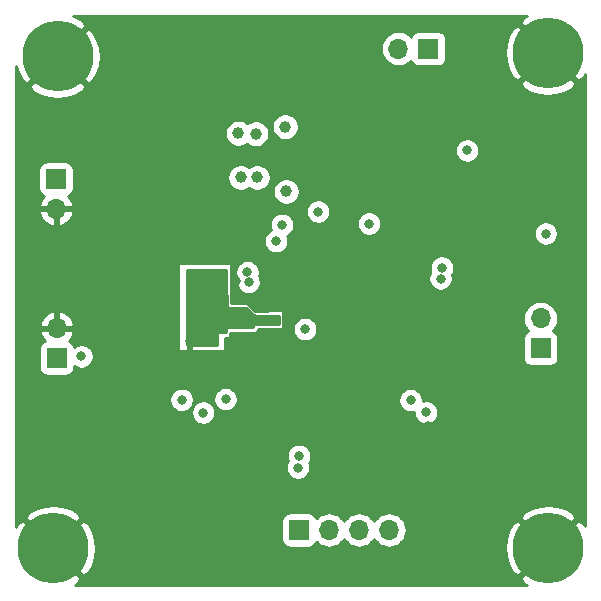
<source format=gbr>
G04 #@! TF.GenerationSoftware,KiCad,Pcbnew,(5.1.4)-1*
G04 #@! TF.CreationDate,2020-10-27T13:41:20+01:00*
G04 #@! TF.ProjectId,STm32f405xx board,53546d33-3266-4343-9035-787820626f61,rev?*
G04 #@! TF.SameCoordinates,Original*
G04 #@! TF.FileFunction,Copper,L2,Inr*
G04 #@! TF.FilePolarity,Positive*
%FSLAX46Y46*%
G04 Gerber Fmt 4.6, Leading zero omitted, Abs format (unit mm)*
G04 Created by KiCad (PCBNEW (5.1.4)-1) date 2020-10-27 13:41:20*
%MOMM*%
%LPD*%
G04 APERTURE LIST*
%ADD10C,0.800000*%
%ADD11C,6.000000*%
%ADD12O,1.700000X1.700000*%
%ADD13R,1.700000X1.700000*%
%ADD14C,1.000000*%
%ADD15C,0.500000*%
%ADD16C,0.254000*%
G04 APERTURE END LIST*
D10*
X126050990Y-54289010D03*
X124460000Y-53630000D03*
X122869010Y-54289010D03*
X122210000Y-55880000D03*
X122869010Y-57470990D03*
X124460000Y-58130000D03*
X126050990Y-57470990D03*
X126710000Y-55880000D03*
D11*
X124460000Y-55880000D03*
X124460000Y-97790000D03*
D10*
X126710000Y-97790000D03*
X126050990Y-99380990D03*
X124460000Y-100040000D03*
X122869010Y-99380990D03*
X122210000Y-97790000D03*
X122869010Y-96199010D03*
X124460000Y-95540000D03*
X126050990Y-96199010D03*
X84521990Y-54543010D03*
X82931000Y-53884000D03*
X81340010Y-54543010D03*
X80681000Y-56134000D03*
X81340010Y-57724990D03*
X82931000Y-58384000D03*
X84521990Y-57724990D03*
X85181000Y-56134000D03*
D11*
X82931000Y-56134000D03*
X82550000Y-97790000D03*
D10*
X84800000Y-97790000D03*
X84140990Y-99380990D03*
X82550000Y-100040000D03*
X80959010Y-99380990D03*
X80300000Y-97790000D03*
X80959010Y-96199010D03*
X82550000Y-95540000D03*
X84140990Y-96199010D03*
D12*
X123825000Y-78359000D03*
D13*
X123825000Y-80899000D03*
X114325400Y-55511700D03*
D12*
X111785400Y-55511700D03*
D13*
X103378000Y-96266000D03*
D12*
X105918000Y-96266000D03*
X108458000Y-96266000D03*
X110998000Y-96266000D03*
X82804000Y-69088000D03*
D13*
X82804000Y-66548000D03*
X82849720Y-81706720D03*
D12*
X82849720Y-79166720D03*
D14*
X99730560Y-62717680D03*
X98445320Y-66421000D03*
X99832160Y-66421000D03*
X102301040Y-67604640D03*
X102199440Y-62118240D03*
X98242120Y-62666880D03*
D10*
X101442520Y-71800720D03*
X101930200Y-70434200D03*
X99004120Y-74442320D03*
X115361720Y-74985880D03*
X115473480Y-74061320D03*
X112826800Y-85272880D03*
X114147600Y-86304120D03*
X103372920Y-89987120D03*
X103291640Y-90992960D03*
X95270320Y-86334600D03*
X99100640Y-75285600D03*
X93446600Y-85247480D03*
X97165160Y-85191600D03*
X104998520Y-69316600D03*
X109306360Y-70332600D03*
X84952840Y-81559400D03*
X124266960Y-71170800D03*
X117614700Y-64135000D03*
X103898000Y-79260000D03*
X96900000Y-74800000D03*
X94132400Y-80238600D03*
X99014280Y-72882760D03*
X103357680Y-70347840D03*
D14*
X95336360Y-60248800D03*
X93619320Y-60985400D03*
X97495360Y-60309760D03*
X96230440Y-58577480D03*
X91968320Y-61066680D03*
D10*
X114345720Y-72694800D03*
X117424200Y-75016360D03*
X121574560Y-83794600D03*
X114330480Y-87467440D03*
X110261400Y-90444320D03*
X108422440Y-89733120D03*
X101340920Y-88930480D03*
X96855280Y-81427320D03*
X98069400Y-75194160D03*
X113141760Y-72918320D03*
X111780320Y-88361520D03*
X101351080Y-87782400D03*
X98689160Y-80690720D03*
D14*
X98866960Y-69448680D03*
X100223320Y-69448680D03*
X106268520Y-59065160D03*
D10*
X110286800Y-91485720D03*
X104246680Y-70774560D03*
X103393240Y-69286120D03*
X84861400Y-78958440D03*
X125836680Y-71099680D03*
X126822200Y-71160640D03*
X124627640Y-62611000D03*
D14*
X82829400Y-71516240D03*
X82829400Y-74930000D03*
X88900000Y-73660000D03*
X90170000Y-55880000D03*
X100330000Y-55880000D03*
X100330000Y-55880000D03*
X118110000Y-55880000D03*
X125730000Y-86360000D03*
X125730000Y-90170000D03*
X119380000Y-90170000D03*
X118110000Y-96520000D03*
X110490000Y-99060000D03*
X99060000Y-99060000D03*
X91440000Y-99060000D03*
X91440000Y-88900000D03*
X83820000Y-88900000D03*
X88900000Y-83820000D03*
D15*
X94132400Y-80238600D02*
X94132400Y-82092800D01*
D16*
G36*
X97155000Y-75311000D02*
G01*
X97155126Y-75316657D01*
X97244026Y-77310557D01*
X97247567Y-77335200D01*
X97255849Y-77358679D01*
X97268551Y-77380091D01*
X97285187Y-77398613D01*
X97305116Y-77413535D01*
X97327574Y-77424281D01*
X97351696Y-77430440D01*
X97370900Y-77431900D01*
X98868389Y-77431900D01*
X99517141Y-78068638D01*
X99535653Y-78083670D01*
X99611853Y-78134470D01*
X99633822Y-78146183D01*
X99657654Y-78153386D01*
X99682300Y-78155800D01*
X101699824Y-78155800D01*
X101690642Y-78816906D01*
X99567282Y-78828902D01*
X99542520Y-78831482D01*
X99518737Y-78838844D01*
X99496847Y-78850704D01*
X99477692Y-78866606D01*
X99462006Y-78885940D01*
X99450395Y-78907963D01*
X99443302Y-78931828D01*
X99441000Y-78955900D01*
X99441000Y-79121000D01*
X97282000Y-79121000D01*
X97257224Y-79123440D01*
X97233399Y-79130667D01*
X97211443Y-79142403D01*
X97192197Y-79158197D01*
X97176403Y-79177443D01*
X97164667Y-79199399D01*
X97157440Y-79223224D01*
X97155000Y-79248000D01*
X97155000Y-79502000D01*
X96520000Y-79502000D01*
X96495224Y-79504440D01*
X96471399Y-79511667D01*
X96449443Y-79523403D01*
X96430197Y-79539197D01*
X96414403Y-79558443D01*
X96402667Y-79580399D01*
X96395440Y-79604224D01*
X96393000Y-79629000D01*
X96393000Y-80641685D01*
X93853000Y-80576230D01*
X93853000Y-74295000D01*
X94361000Y-74295000D01*
X94362104Y-74294995D01*
X97155000Y-74270709D01*
X97155000Y-75311000D01*
X97155000Y-75311000D01*
G37*
X97155000Y-75311000D02*
X97155126Y-75316657D01*
X97244026Y-77310557D01*
X97247567Y-77335200D01*
X97255849Y-77358679D01*
X97268551Y-77380091D01*
X97285187Y-77398613D01*
X97305116Y-77413535D01*
X97327574Y-77424281D01*
X97351696Y-77430440D01*
X97370900Y-77431900D01*
X98868389Y-77431900D01*
X99517141Y-78068638D01*
X99535653Y-78083670D01*
X99611853Y-78134470D01*
X99633822Y-78146183D01*
X99657654Y-78153386D01*
X99682300Y-78155800D01*
X101699824Y-78155800D01*
X101690642Y-78816906D01*
X99567282Y-78828902D01*
X99542520Y-78831482D01*
X99518737Y-78838844D01*
X99496847Y-78850704D01*
X99477692Y-78866606D01*
X99462006Y-78885940D01*
X99450395Y-78907963D01*
X99443302Y-78931828D01*
X99441000Y-78955900D01*
X99441000Y-79121000D01*
X97282000Y-79121000D01*
X97257224Y-79123440D01*
X97233399Y-79130667D01*
X97211443Y-79142403D01*
X97192197Y-79158197D01*
X97176403Y-79177443D01*
X97164667Y-79199399D01*
X97157440Y-79223224D01*
X97155000Y-79248000D01*
X97155000Y-79502000D01*
X96520000Y-79502000D01*
X96495224Y-79504440D01*
X96471399Y-79511667D01*
X96449443Y-79523403D01*
X96430197Y-79539197D01*
X96414403Y-79558443D01*
X96402667Y-79580399D01*
X96395440Y-79604224D01*
X96393000Y-79629000D01*
X96393000Y-80641685D01*
X93853000Y-80576230D01*
X93853000Y-74295000D01*
X94361000Y-74295000D01*
X94362104Y-74294995D01*
X97155000Y-74270709D01*
X97155000Y-75311000D01*
G36*
X122444397Y-52833898D02*
G01*
X122417106Y-52852132D01*
X122080919Y-53321314D01*
X124460000Y-55700395D01*
X124474143Y-55686253D01*
X124653748Y-55865858D01*
X124639605Y-55880000D01*
X127018686Y-58259081D01*
X127487868Y-57922894D01*
X127610001Y-57696848D01*
X127610000Y-95970895D01*
X127506102Y-95774397D01*
X127487868Y-95747106D01*
X127018686Y-95410919D01*
X124639605Y-97790000D01*
X124653748Y-97804143D01*
X124474143Y-97983748D01*
X124460000Y-97969605D01*
X122080919Y-100348686D01*
X122417106Y-100817868D01*
X122643150Y-100940000D01*
X84369105Y-100940000D01*
X84565603Y-100836102D01*
X84592894Y-100817868D01*
X84929081Y-100348686D01*
X82550000Y-97969605D01*
X82535858Y-97983748D01*
X82356253Y-97804143D01*
X82370395Y-97790000D01*
X82729605Y-97790000D01*
X85108686Y-100169081D01*
X85577868Y-99832894D01*
X85918237Y-99202932D01*
X86129166Y-98518673D01*
X86202550Y-97806411D01*
X86199467Y-97773589D01*
X120807450Y-97773589D01*
X120874431Y-98486482D01*
X121079204Y-99172609D01*
X121413898Y-99805603D01*
X121432132Y-99832894D01*
X121901314Y-100169081D01*
X124280395Y-97790000D01*
X121901314Y-95410919D01*
X121432132Y-95747106D01*
X121091763Y-96377068D01*
X120880834Y-97061327D01*
X120807450Y-97773589D01*
X86199467Y-97773589D01*
X86135569Y-97093518D01*
X85930796Y-96407391D01*
X85596102Y-95774397D01*
X85577868Y-95747106D01*
X85115778Y-95416000D01*
X101889928Y-95416000D01*
X101889928Y-97116000D01*
X101902188Y-97240482D01*
X101938498Y-97360180D01*
X101997463Y-97470494D01*
X102076815Y-97567185D01*
X102173506Y-97646537D01*
X102283820Y-97705502D01*
X102403518Y-97741812D01*
X102528000Y-97754072D01*
X104228000Y-97754072D01*
X104352482Y-97741812D01*
X104472180Y-97705502D01*
X104582494Y-97646537D01*
X104679185Y-97567185D01*
X104758537Y-97470494D01*
X104817502Y-97360180D01*
X104838393Y-97291313D01*
X104862866Y-97321134D01*
X105088986Y-97506706D01*
X105346966Y-97644599D01*
X105626889Y-97729513D01*
X105845050Y-97751000D01*
X105990950Y-97751000D01*
X106209111Y-97729513D01*
X106489034Y-97644599D01*
X106747014Y-97506706D01*
X106973134Y-97321134D01*
X107158706Y-97095014D01*
X107188000Y-97040209D01*
X107217294Y-97095014D01*
X107402866Y-97321134D01*
X107628986Y-97506706D01*
X107886966Y-97644599D01*
X108166889Y-97729513D01*
X108385050Y-97751000D01*
X108530950Y-97751000D01*
X108749111Y-97729513D01*
X109029034Y-97644599D01*
X109287014Y-97506706D01*
X109513134Y-97321134D01*
X109698706Y-97095014D01*
X109728000Y-97040209D01*
X109757294Y-97095014D01*
X109942866Y-97321134D01*
X110168986Y-97506706D01*
X110426966Y-97644599D01*
X110706889Y-97729513D01*
X110925050Y-97751000D01*
X111070950Y-97751000D01*
X111289111Y-97729513D01*
X111569034Y-97644599D01*
X111827014Y-97506706D01*
X112053134Y-97321134D01*
X112238706Y-97095014D01*
X112376599Y-96837034D01*
X112461513Y-96557111D01*
X112490185Y-96266000D01*
X112461513Y-95974889D01*
X112376599Y-95694966D01*
X112238706Y-95436986D01*
X112069916Y-95231314D01*
X122080919Y-95231314D01*
X124460000Y-97610395D01*
X126839081Y-95231314D01*
X126502894Y-94762132D01*
X125872932Y-94421763D01*
X125188673Y-94210834D01*
X124476411Y-94137450D01*
X123763518Y-94204431D01*
X123077391Y-94409204D01*
X122444397Y-94743898D01*
X122417106Y-94762132D01*
X122080919Y-95231314D01*
X112069916Y-95231314D01*
X112053134Y-95210866D01*
X111827014Y-95025294D01*
X111569034Y-94887401D01*
X111289111Y-94802487D01*
X111070950Y-94781000D01*
X110925050Y-94781000D01*
X110706889Y-94802487D01*
X110426966Y-94887401D01*
X110168986Y-95025294D01*
X109942866Y-95210866D01*
X109757294Y-95436986D01*
X109728000Y-95491791D01*
X109698706Y-95436986D01*
X109513134Y-95210866D01*
X109287014Y-95025294D01*
X109029034Y-94887401D01*
X108749111Y-94802487D01*
X108530950Y-94781000D01*
X108385050Y-94781000D01*
X108166889Y-94802487D01*
X107886966Y-94887401D01*
X107628986Y-95025294D01*
X107402866Y-95210866D01*
X107217294Y-95436986D01*
X107188000Y-95491791D01*
X107158706Y-95436986D01*
X106973134Y-95210866D01*
X106747014Y-95025294D01*
X106489034Y-94887401D01*
X106209111Y-94802487D01*
X105990950Y-94781000D01*
X105845050Y-94781000D01*
X105626889Y-94802487D01*
X105346966Y-94887401D01*
X105088986Y-95025294D01*
X104862866Y-95210866D01*
X104838393Y-95240687D01*
X104817502Y-95171820D01*
X104758537Y-95061506D01*
X104679185Y-94964815D01*
X104582494Y-94885463D01*
X104472180Y-94826498D01*
X104352482Y-94790188D01*
X104228000Y-94777928D01*
X102528000Y-94777928D01*
X102403518Y-94790188D01*
X102283820Y-94826498D01*
X102173506Y-94885463D01*
X102076815Y-94964815D01*
X101997463Y-95061506D01*
X101938498Y-95171820D01*
X101902188Y-95291518D01*
X101889928Y-95416000D01*
X85115778Y-95416000D01*
X85108686Y-95410919D01*
X82729605Y-97790000D01*
X82370395Y-97790000D01*
X79991314Y-95410919D01*
X79522132Y-95747106D01*
X79400000Y-95973150D01*
X79400000Y-95231314D01*
X80170919Y-95231314D01*
X82550000Y-97610395D01*
X84929081Y-95231314D01*
X84592894Y-94762132D01*
X83962932Y-94421763D01*
X83278673Y-94210834D01*
X82566411Y-94137450D01*
X81853518Y-94204431D01*
X81167391Y-94409204D01*
X80534397Y-94743898D01*
X80507106Y-94762132D01*
X80170919Y-95231314D01*
X79400000Y-95231314D01*
X79400000Y-90891021D01*
X102256640Y-90891021D01*
X102256640Y-91094899D01*
X102296414Y-91294858D01*
X102374435Y-91483216D01*
X102487703Y-91652734D01*
X102631866Y-91796897D01*
X102801384Y-91910165D01*
X102989742Y-91988186D01*
X103189701Y-92027960D01*
X103393579Y-92027960D01*
X103593538Y-91988186D01*
X103781896Y-91910165D01*
X103951414Y-91796897D01*
X104095577Y-91652734D01*
X104208845Y-91483216D01*
X104286866Y-91294858D01*
X104326640Y-91094899D01*
X104326640Y-90891021D01*
X104286866Y-90691062D01*
X104233473Y-90562162D01*
X104290125Y-90477376D01*
X104368146Y-90289018D01*
X104407920Y-90089059D01*
X104407920Y-89885181D01*
X104368146Y-89685222D01*
X104290125Y-89496864D01*
X104176857Y-89327346D01*
X104032694Y-89183183D01*
X103863176Y-89069915D01*
X103674818Y-88991894D01*
X103474859Y-88952120D01*
X103270981Y-88952120D01*
X103071022Y-88991894D01*
X102882664Y-89069915D01*
X102713146Y-89183183D01*
X102568983Y-89327346D01*
X102455715Y-89496864D01*
X102377694Y-89685222D01*
X102337920Y-89885181D01*
X102337920Y-90089059D01*
X102377694Y-90289018D01*
X102431087Y-90417918D01*
X102374435Y-90502704D01*
X102296414Y-90691062D01*
X102256640Y-90891021D01*
X79400000Y-90891021D01*
X79400000Y-85145541D01*
X92411600Y-85145541D01*
X92411600Y-85349419D01*
X92451374Y-85549378D01*
X92529395Y-85737736D01*
X92642663Y-85907254D01*
X92786826Y-86051417D01*
X92956344Y-86164685D01*
X93144702Y-86242706D01*
X93344661Y-86282480D01*
X93548539Y-86282480D01*
X93748498Y-86242706D01*
X93772748Y-86232661D01*
X94235320Y-86232661D01*
X94235320Y-86436539D01*
X94275094Y-86636498D01*
X94353115Y-86824856D01*
X94466383Y-86994374D01*
X94610546Y-87138537D01*
X94780064Y-87251805D01*
X94968422Y-87329826D01*
X95168381Y-87369600D01*
X95372259Y-87369600D01*
X95572218Y-87329826D01*
X95760576Y-87251805D01*
X95930094Y-87138537D01*
X96074257Y-86994374D01*
X96187525Y-86824856D01*
X96265546Y-86636498D01*
X96305320Y-86436539D01*
X96305320Y-86232661D01*
X96265546Y-86032702D01*
X96187525Y-85844344D01*
X96074257Y-85674826D01*
X95930094Y-85530663D01*
X95760576Y-85417395D01*
X95572218Y-85339374D01*
X95372259Y-85299600D01*
X95168381Y-85299600D01*
X94968422Y-85339374D01*
X94780064Y-85417395D01*
X94610546Y-85530663D01*
X94466383Y-85674826D01*
X94353115Y-85844344D01*
X94275094Y-86032702D01*
X94235320Y-86232661D01*
X93772748Y-86232661D01*
X93936856Y-86164685D01*
X94106374Y-86051417D01*
X94250537Y-85907254D01*
X94363805Y-85737736D01*
X94441826Y-85549378D01*
X94481600Y-85349419D01*
X94481600Y-85145541D01*
X94470485Y-85089661D01*
X96130160Y-85089661D01*
X96130160Y-85293539D01*
X96169934Y-85493498D01*
X96247955Y-85681856D01*
X96361223Y-85851374D01*
X96505386Y-85995537D01*
X96674904Y-86108805D01*
X96863262Y-86186826D01*
X97063221Y-86226600D01*
X97267099Y-86226600D01*
X97467058Y-86186826D01*
X97655416Y-86108805D01*
X97824934Y-85995537D01*
X97969097Y-85851374D01*
X98082365Y-85681856D01*
X98160386Y-85493498D01*
X98200160Y-85293539D01*
X98200160Y-85170941D01*
X111791800Y-85170941D01*
X111791800Y-85374819D01*
X111831574Y-85574778D01*
X111909595Y-85763136D01*
X112022863Y-85932654D01*
X112167026Y-86076817D01*
X112336544Y-86190085D01*
X112524902Y-86268106D01*
X112724861Y-86307880D01*
X112928739Y-86307880D01*
X113112600Y-86271308D01*
X113112600Y-86406059D01*
X113152374Y-86606018D01*
X113230395Y-86794376D01*
X113343663Y-86963894D01*
X113487826Y-87108057D01*
X113657344Y-87221325D01*
X113845702Y-87299346D01*
X114045661Y-87339120D01*
X114249539Y-87339120D01*
X114449498Y-87299346D01*
X114637856Y-87221325D01*
X114807374Y-87108057D01*
X114951537Y-86963894D01*
X115064805Y-86794376D01*
X115142826Y-86606018D01*
X115182600Y-86406059D01*
X115182600Y-86202181D01*
X115142826Y-86002222D01*
X115064805Y-85813864D01*
X114951537Y-85644346D01*
X114807374Y-85500183D01*
X114637856Y-85386915D01*
X114449498Y-85308894D01*
X114249539Y-85269120D01*
X114045661Y-85269120D01*
X113861800Y-85305692D01*
X113861800Y-85170941D01*
X113822026Y-84970982D01*
X113744005Y-84782624D01*
X113630737Y-84613106D01*
X113486574Y-84468943D01*
X113317056Y-84355675D01*
X113128698Y-84277654D01*
X112928739Y-84237880D01*
X112724861Y-84237880D01*
X112524902Y-84277654D01*
X112336544Y-84355675D01*
X112167026Y-84468943D01*
X112022863Y-84613106D01*
X111909595Y-84782624D01*
X111831574Y-84970982D01*
X111791800Y-85170941D01*
X98200160Y-85170941D01*
X98200160Y-85089661D01*
X98160386Y-84889702D01*
X98082365Y-84701344D01*
X97969097Y-84531826D01*
X97824934Y-84387663D01*
X97655416Y-84274395D01*
X97467058Y-84196374D01*
X97267099Y-84156600D01*
X97063221Y-84156600D01*
X96863262Y-84196374D01*
X96674904Y-84274395D01*
X96505386Y-84387663D01*
X96361223Y-84531826D01*
X96247955Y-84701344D01*
X96169934Y-84889702D01*
X96130160Y-85089661D01*
X94470485Y-85089661D01*
X94441826Y-84945582D01*
X94363805Y-84757224D01*
X94250537Y-84587706D01*
X94106374Y-84443543D01*
X93936856Y-84330275D01*
X93748498Y-84252254D01*
X93548539Y-84212480D01*
X93344661Y-84212480D01*
X93144702Y-84252254D01*
X92956344Y-84330275D01*
X92786826Y-84443543D01*
X92642663Y-84587706D01*
X92529395Y-84757224D01*
X92451374Y-84945582D01*
X92411600Y-85145541D01*
X79400000Y-85145541D01*
X79400000Y-80856720D01*
X81361648Y-80856720D01*
X81361648Y-82556720D01*
X81373908Y-82681202D01*
X81410218Y-82800900D01*
X81469183Y-82911214D01*
X81548535Y-83007905D01*
X81645226Y-83087257D01*
X81755540Y-83146222D01*
X81875238Y-83182532D01*
X81999720Y-83194792D01*
X83699720Y-83194792D01*
X83824202Y-83182532D01*
X83943900Y-83146222D01*
X84054214Y-83087257D01*
X84150905Y-83007905D01*
X84230257Y-82911214D01*
X84289222Y-82800900D01*
X84325532Y-82681202D01*
X84337792Y-82556720D01*
X84337792Y-82393222D01*
X84462584Y-82476605D01*
X84650942Y-82554626D01*
X84850901Y-82594400D01*
X85054779Y-82594400D01*
X85254738Y-82554626D01*
X85443096Y-82476605D01*
X85612614Y-82363337D01*
X85756777Y-82219174D01*
X85870045Y-82049656D01*
X85948066Y-81861298D01*
X85987840Y-81661339D01*
X85987840Y-81457461D01*
X85948066Y-81257502D01*
X85870045Y-81069144D01*
X85756777Y-80899626D01*
X85612614Y-80755463D01*
X85443096Y-80642195D01*
X85254738Y-80564174D01*
X85054779Y-80524400D01*
X84850901Y-80524400D01*
X84650942Y-80564174D01*
X84462584Y-80642195D01*
X84325674Y-80733675D01*
X84325532Y-80732238D01*
X84289222Y-80612540D01*
X84230257Y-80502226D01*
X84150905Y-80405535D01*
X84054214Y-80326183D01*
X83943900Y-80267218D01*
X83863254Y-80242754D01*
X83947308Y-80166989D01*
X84121361Y-79933640D01*
X84246545Y-79670819D01*
X84291196Y-79523610D01*
X84169875Y-79293720D01*
X82976720Y-79293720D01*
X82976720Y-79313720D01*
X82722720Y-79313720D01*
X82722720Y-79293720D01*
X81529565Y-79293720D01*
X81408244Y-79523610D01*
X81452895Y-79670819D01*
X81578079Y-79933640D01*
X81752132Y-80166989D01*
X81836186Y-80242754D01*
X81755540Y-80267218D01*
X81645226Y-80326183D01*
X81548535Y-80405535D01*
X81469183Y-80502226D01*
X81410218Y-80612540D01*
X81373908Y-80732238D01*
X81361648Y-80856720D01*
X79400000Y-80856720D01*
X79400000Y-78809830D01*
X81408244Y-78809830D01*
X81529565Y-79039720D01*
X82722720Y-79039720D01*
X82722720Y-77845906D01*
X82976720Y-77845906D01*
X82976720Y-79039720D01*
X84169875Y-79039720D01*
X84291196Y-78809830D01*
X84246545Y-78662621D01*
X84121361Y-78399800D01*
X83947308Y-78166451D01*
X83731075Y-77971542D01*
X83480972Y-77822563D01*
X83206611Y-77725239D01*
X82976720Y-77845906D01*
X82722720Y-77845906D01*
X82492829Y-77725239D01*
X82218468Y-77822563D01*
X81968365Y-77971542D01*
X81752132Y-78166451D01*
X81578079Y-78399800D01*
X81452895Y-78662621D01*
X81408244Y-78809830D01*
X79400000Y-78809830D01*
X79400000Y-73776337D01*
X93156966Y-73776337D01*
X93156966Y-81015337D01*
X93159406Y-81040113D01*
X93166633Y-81063938D01*
X93178369Y-81085894D01*
X93194163Y-81105140D01*
X93213409Y-81120934D01*
X93235365Y-81132670D01*
X93259190Y-81139897D01*
X93283966Y-81142337D01*
X96966966Y-81142337D01*
X96991742Y-81139897D01*
X97015567Y-81132670D01*
X97037523Y-81120934D01*
X97056769Y-81105140D01*
X97072563Y-81085894D01*
X97084299Y-81063938D01*
X97091526Y-81040113D01*
X97093966Y-81015337D01*
X97093966Y-79999337D01*
X97436866Y-79999337D01*
X97461642Y-79996897D01*
X97485467Y-79989670D01*
X97507423Y-79977934D01*
X97526669Y-79962140D01*
X97542463Y-79942894D01*
X97554199Y-79920938D01*
X97561426Y-79897113D01*
X97563866Y-79872337D01*
X97563866Y-79554837D01*
X99748266Y-79554837D01*
X99773042Y-79552397D01*
X99796867Y-79545170D01*
X99818823Y-79533434D01*
X99838069Y-79517640D01*
X99853863Y-79498394D01*
X99865599Y-79476438D01*
X99872826Y-79452613D01*
X99875165Y-79432913D01*
X99883496Y-79224637D01*
X101919966Y-79224637D01*
X101944742Y-79222197D01*
X101968567Y-79214970D01*
X101990523Y-79203234D01*
X102009769Y-79187440D01*
X102025563Y-79168194D01*
X102030979Y-79158061D01*
X102863000Y-79158061D01*
X102863000Y-79361939D01*
X102902774Y-79561898D01*
X102980795Y-79750256D01*
X103094063Y-79919774D01*
X103238226Y-80063937D01*
X103407744Y-80177205D01*
X103596102Y-80255226D01*
X103796061Y-80295000D01*
X103999939Y-80295000D01*
X104199898Y-80255226D01*
X104388256Y-80177205D01*
X104557774Y-80063937D01*
X104701937Y-79919774D01*
X104815205Y-79750256D01*
X104893226Y-79561898D01*
X104933000Y-79361939D01*
X104933000Y-79158061D01*
X104893226Y-78958102D01*
X104815205Y-78769744D01*
X104701937Y-78600226D01*
X104557774Y-78456063D01*
X104412509Y-78359000D01*
X122332815Y-78359000D01*
X122361487Y-78650111D01*
X122446401Y-78930034D01*
X122584294Y-79188014D01*
X122769866Y-79414134D01*
X122799687Y-79438607D01*
X122730820Y-79459498D01*
X122620506Y-79518463D01*
X122523815Y-79597815D01*
X122444463Y-79694506D01*
X122385498Y-79804820D01*
X122349188Y-79924518D01*
X122336928Y-80049000D01*
X122336928Y-81749000D01*
X122349188Y-81873482D01*
X122385498Y-81993180D01*
X122444463Y-82103494D01*
X122523815Y-82200185D01*
X122620506Y-82279537D01*
X122730820Y-82338502D01*
X122850518Y-82374812D01*
X122975000Y-82387072D01*
X124675000Y-82387072D01*
X124799482Y-82374812D01*
X124919180Y-82338502D01*
X125029494Y-82279537D01*
X125126185Y-82200185D01*
X125205537Y-82103494D01*
X125264502Y-81993180D01*
X125300812Y-81873482D01*
X125313072Y-81749000D01*
X125313072Y-80049000D01*
X125300812Y-79924518D01*
X125264502Y-79804820D01*
X125205537Y-79694506D01*
X125126185Y-79597815D01*
X125029494Y-79518463D01*
X124919180Y-79459498D01*
X124850313Y-79438607D01*
X124880134Y-79414134D01*
X125065706Y-79188014D01*
X125203599Y-78930034D01*
X125288513Y-78650111D01*
X125317185Y-78359000D01*
X125288513Y-78067889D01*
X125203599Y-77787966D01*
X125065706Y-77529986D01*
X124880134Y-77303866D01*
X124654014Y-77118294D01*
X124396034Y-76980401D01*
X124116111Y-76895487D01*
X123897950Y-76874000D01*
X123752050Y-76874000D01*
X123533889Y-76895487D01*
X123253966Y-76980401D01*
X122995986Y-77118294D01*
X122769866Y-77303866D01*
X122584294Y-77529986D01*
X122446401Y-77787966D01*
X122361487Y-78067889D01*
X122332815Y-78359000D01*
X104412509Y-78359000D01*
X104388256Y-78342795D01*
X104199898Y-78264774D01*
X103999939Y-78225000D01*
X103796061Y-78225000D01*
X103596102Y-78264774D01*
X103407744Y-78342795D01*
X103238226Y-78456063D01*
X103094063Y-78600226D01*
X102980795Y-78769744D01*
X102902774Y-78958102D01*
X102863000Y-79158061D01*
X102030979Y-79158061D01*
X102037299Y-79146238D01*
X102044526Y-79122413D01*
X102046960Y-79096392D01*
X102034260Y-77800992D01*
X102031577Y-77776241D01*
X102024117Y-77752488D01*
X102012166Y-77730648D01*
X101996184Y-77711558D01*
X101976785Y-77695954D01*
X101954714Y-77684433D01*
X101930820Y-77677440D01*
X101905863Y-77675245D01*
X99657195Y-77700092D01*
X98970259Y-77073414D01*
X98950311Y-77058518D01*
X98927839Y-77047800D01*
X98903709Y-77041673D01*
X98884666Y-77040237D01*
X97614191Y-77040237D01*
X97604080Y-74340381D01*
X97969120Y-74340381D01*
X97969120Y-74544259D01*
X98008894Y-74744218D01*
X98086915Y-74932576D01*
X98111408Y-74969232D01*
X98105414Y-74983702D01*
X98065640Y-75183661D01*
X98065640Y-75387539D01*
X98105414Y-75587498D01*
X98183435Y-75775856D01*
X98296703Y-75945374D01*
X98440866Y-76089537D01*
X98610384Y-76202805D01*
X98798742Y-76280826D01*
X98998701Y-76320600D01*
X99202579Y-76320600D01*
X99402538Y-76280826D01*
X99590896Y-76202805D01*
X99760414Y-76089537D01*
X99904577Y-75945374D01*
X100017845Y-75775856D01*
X100095866Y-75587498D01*
X100135640Y-75387539D01*
X100135640Y-75183661D01*
X100095866Y-74983702D01*
X100054544Y-74883941D01*
X114326720Y-74883941D01*
X114326720Y-75087819D01*
X114366494Y-75287778D01*
X114444515Y-75476136D01*
X114557783Y-75645654D01*
X114701946Y-75789817D01*
X114871464Y-75903085D01*
X115059822Y-75981106D01*
X115259781Y-76020880D01*
X115463659Y-76020880D01*
X115663618Y-75981106D01*
X115851976Y-75903085D01*
X116021494Y-75789817D01*
X116165657Y-75645654D01*
X116278925Y-75476136D01*
X116356946Y-75287778D01*
X116396720Y-75087819D01*
X116396720Y-74883941D01*
X116356946Y-74683982D01*
X116336001Y-74633417D01*
X116390685Y-74551576D01*
X116468706Y-74363218D01*
X116508480Y-74163259D01*
X116508480Y-73959381D01*
X116468706Y-73759422D01*
X116390685Y-73571064D01*
X116277417Y-73401546D01*
X116133254Y-73257383D01*
X115963736Y-73144115D01*
X115775378Y-73066094D01*
X115575419Y-73026320D01*
X115371541Y-73026320D01*
X115171582Y-73066094D01*
X114983224Y-73144115D01*
X114813706Y-73257383D01*
X114669543Y-73401546D01*
X114556275Y-73571064D01*
X114478254Y-73759422D01*
X114438480Y-73959381D01*
X114438480Y-74163259D01*
X114478254Y-74363218D01*
X114499199Y-74413783D01*
X114444515Y-74495624D01*
X114366494Y-74683982D01*
X114326720Y-74883941D01*
X100054544Y-74883941D01*
X100017845Y-74795344D01*
X99993352Y-74758688D01*
X99999346Y-74744218D01*
X100039120Y-74544259D01*
X100039120Y-74340381D01*
X99999346Y-74140422D01*
X99921325Y-73952064D01*
X99808057Y-73782546D01*
X99663894Y-73638383D01*
X99494376Y-73525115D01*
X99306018Y-73447094D01*
X99106059Y-73407320D01*
X98902181Y-73407320D01*
X98702222Y-73447094D01*
X98513864Y-73525115D01*
X98344346Y-73638383D01*
X98200183Y-73782546D01*
X98086915Y-73952064D01*
X98008894Y-74140422D01*
X97969120Y-74340381D01*
X97604080Y-74340381D01*
X97601965Y-73775861D01*
X97599432Y-73751094D01*
X97592116Y-73727297D01*
X97580298Y-73705385D01*
X97564432Y-73686199D01*
X97545127Y-73670477D01*
X97523127Y-73658823D01*
X97499276Y-73651685D01*
X97474966Y-73649337D01*
X93283966Y-73649337D01*
X93259190Y-73651777D01*
X93235365Y-73659004D01*
X93213409Y-73670740D01*
X93194163Y-73686534D01*
X93178369Y-73705780D01*
X93166633Y-73727736D01*
X93159406Y-73751561D01*
X93156966Y-73776337D01*
X79400000Y-73776337D01*
X79400000Y-71698781D01*
X100407520Y-71698781D01*
X100407520Y-71902659D01*
X100447294Y-72102618D01*
X100525315Y-72290976D01*
X100638583Y-72460494D01*
X100782746Y-72604657D01*
X100952264Y-72717925D01*
X101140622Y-72795946D01*
X101340581Y-72835720D01*
X101544459Y-72835720D01*
X101744418Y-72795946D01*
X101932776Y-72717925D01*
X102102294Y-72604657D01*
X102246457Y-72460494D01*
X102359725Y-72290976D01*
X102437746Y-72102618D01*
X102477520Y-71902659D01*
X102477520Y-71698781D01*
X102437746Y-71498822D01*
X102383094Y-71366881D01*
X102420456Y-71351405D01*
X102589974Y-71238137D01*
X102734137Y-71093974D01*
X102847405Y-70924456D01*
X102925426Y-70736098D01*
X102965200Y-70536139D01*
X102965200Y-70332261D01*
X102925426Y-70132302D01*
X102847405Y-69943944D01*
X102734137Y-69774426D01*
X102589974Y-69630263D01*
X102420456Y-69516995D01*
X102232098Y-69438974D01*
X102032139Y-69399200D01*
X101828261Y-69399200D01*
X101628302Y-69438974D01*
X101439944Y-69516995D01*
X101270426Y-69630263D01*
X101126263Y-69774426D01*
X101012995Y-69943944D01*
X100934974Y-70132302D01*
X100895200Y-70332261D01*
X100895200Y-70536139D01*
X100934974Y-70736098D01*
X100989626Y-70868039D01*
X100952264Y-70883515D01*
X100782746Y-70996783D01*
X100638583Y-71140946D01*
X100525315Y-71310464D01*
X100447294Y-71498822D01*
X100407520Y-71698781D01*
X79400000Y-71698781D01*
X79400000Y-69444890D01*
X81362524Y-69444890D01*
X81407175Y-69592099D01*
X81532359Y-69854920D01*
X81706412Y-70088269D01*
X81922645Y-70283178D01*
X82172748Y-70432157D01*
X82447109Y-70529481D01*
X82677000Y-70408814D01*
X82677000Y-69215000D01*
X82931000Y-69215000D01*
X82931000Y-70408814D01*
X83160891Y-70529481D01*
X83435252Y-70432157D01*
X83685355Y-70283178D01*
X83901588Y-70088269D01*
X84075641Y-69854920D01*
X84200825Y-69592099D01*
X84245476Y-69444890D01*
X84124155Y-69215000D01*
X82931000Y-69215000D01*
X82677000Y-69215000D01*
X81483845Y-69215000D01*
X81362524Y-69444890D01*
X79400000Y-69444890D01*
X79400000Y-69214661D01*
X103963520Y-69214661D01*
X103963520Y-69418539D01*
X104003294Y-69618498D01*
X104081315Y-69806856D01*
X104194583Y-69976374D01*
X104338746Y-70120537D01*
X104508264Y-70233805D01*
X104696622Y-70311826D01*
X104896581Y-70351600D01*
X105100459Y-70351600D01*
X105300418Y-70311826D01*
X105488776Y-70233805D01*
X105493481Y-70230661D01*
X108271360Y-70230661D01*
X108271360Y-70434539D01*
X108311134Y-70634498D01*
X108389155Y-70822856D01*
X108502423Y-70992374D01*
X108646586Y-71136537D01*
X108816104Y-71249805D01*
X109004462Y-71327826D01*
X109204421Y-71367600D01*
X109408299Y-71367600D01*
X109608258Y-71327826D01*
X109796616Y-71249805D01*
X109966134Y-71136537D01*
X110033810Y-71068861D01*
X123231960Y-71068861D01*
X123231960Y-71272739D01*
X123271734Y-71472698D01*
X123349755Y-71661056D01*
X123463023Y-71830574D01*
X123607186Y-71974737D01*
X123776704Y-72088005D01*
X123965062Y-72166026D01*
X124165021Y-72205800D01*
X124368899Y-72205800D01*
X124568858Y-72166026D01*
X124757216Y-72088005D01*
X124926734Y-71974737D01*
X125070897Y-71830574D01*
X125184165Y-71661056D01*
X125262186Y-71472698D01*
X125301960Y-71272739D01*
X125301960Y-71068861D01*
X125262186Y-70868902D01*
X125184165Y-70680544D01*
X125070897Y-70511026D01*
X124926734Y-70366863D01*
X124757216Y-70253595D01*
X124568858Y-70175574D01*
X124368899Y-70135800D01*
X124165021Y-70135800D01*
X123965062Y-70175574D01*
X123776704Y-70253595D01*
X123607186Y-70366863D01*
X123463023Y-70511026D01*
X123349755Y-70680544D01*
X123271734Y-70868902D01*
X123231960Y-71068861D01*
X110033810Y-71068861D01*
X110110297Y-70992374D01*
X110223565Y-70822856D01*
X110301586Y-70634498D01*
X110341360Y-70434539D01*
X110341360Y-70230661D01*
X110301586Y-70030702D01*
X110223565Y-69842344D01*
X110110297Y-69672826D01*
X109966134Y-69528663D01*
X109796616Y-69415395D01*
X109608258Y-69337374D01*
X109408299Y-69297600D01*
X109204421Y-69297600D01*
X109004462Y-69337374D01*
X108816104Y-69415395D01*
X108646586Y-69528663D01*
X108502423Y-69672826D01*
X108389155Y-69842344D01*
X108311134Y-70030702D01*
X108271360Y-70230661D01*
X105493481Y-70230661D01*
X105658294Y-70120537D01*
X105802457Y-69976374D01*
X105915725Y-69806856D01*
X105993746Y-69618498D01*
X106033520Y-69418539D01*
X106033520Y-69214661D01*
X105993746Y-69014702D01*
X105915725Y-68826344D01*
X105802457Y-68656826D01*
X105658294Y-68512663D01*
X105488776Y-68399395D01*
X105300418Y-68321374D01*
X105100459Y-68281600D01*
X104896581Y-68281600D01*
X104696622Y-68321374D01*
X104508264Y-68399395D01*
X104338746Y-68512663D01*
X104194583Y-68656826D01*
X104081315Y-68826344D01*
X104003294Y-69014702D01*
X103963520Y-69214661D01*
X79400000Y-69214661D01*
X79400000Y-65698000D01*
X81315928Y-65698000D01*
X81315928Y-67398000D01*
X81328188Y-67522482D01*
X81364498Y-67642180D01*
X81423463Y-67752494D01*
X81502815Y-67849185D01*
X81599506Y-67928537D01*
X81709820Y-67987502D01*
X81790466Y-68011966D01*
X81706412Y-68087731D01*
X81532359Y-68321080D01*
X81407175Y-68583901D01*
X81362524Y-68731110D01*
X81483845Y-68961000D01*
X82677000Y-68961000D01*
X82677000Y-68941000D01*
X82931000Y-68941000D01*
X82931000Y-68961000D01*
X84124155Y-68961000D01*
X84245476Y-68731110D01*
X84200825Y-68583901D01*
X84075641Y-68321080D01*
X83901588Y-68087731D01*
X83817534Y-68011966D01*
X83898180Y-67987502D01*
X84008494Y-67928537D01*
X84105185Y-67849185D01*
X84184537Y-67752494D01*
X84243502Y-67642180D01*
X84279812Y-67522482D01*
X84292072Y-67398000D01*
X84292072Y-66309212D01*
X97310320Y-66309212D01*
X97310320Y-66532788D01*
X97353937Y-66752067D01*
X97439496Y-66958624D01*
X97563708Y-67144520D01*
X97721800Y-67302612D01*
X97907696Y-67426824D01*
X98114253Y-67512383D01*
X98333532Y-67556000D01*
X98557108Y-67556000D01*
X98776387Y-67512383D01*
X98982944Y-67426824D01*
X99138740Y-67322724D01*
X99294536Y-67426824D01*
X99501093Y-67512383D01*
X99720372Y-67556000D01*
X99943948Y-67556000D01*
X100163227Y-67512383D01*
X100210378Y-67492852D01*
X101166040Y-67492852D01*
X101166040Y-67716428D01*
X101209657Y-67935707D01*
X101295216Y-68142264D01*
X101419428Y-68328160D01*
X101577520Y-68486252D01*
X101763416Y-68610464D01*
X101969973Y-68696023D01*
X102189252Y-68739640D01*
X102412828Y-68739640D01*
X102632107Y-68696023D01*
X102838664Y-68610464D01*
X103024560Y-68486252D01*
X103182652Y-68328160D01*
X103306864Y-68142264D01*
X103392423Y-67935707D01*
X103436040Y-67716428D01*
X103436040Y-67492852D01*
X103392423Y-67273573D01*
X103306864Y-67067016D01*
X103182652Y-66881120D01*
X103024560Y-66723028D01*
X102838664Y-66598816D01*
X102632107Y-66513257D01*
X102412828Y-66469640D01*
X102189252Y-66469640D01*
X101969973Y-66513257D01*
X101763416Y-66598816D01*
X101577520Y-66723028D01*
X101419428Y-66881120D01*
X101295216Y-67067016D01*
X101209657Y-67273573D01*
X101166040Y-67492852D01*
X100210378Y-67492852D01*
X100369784Y-67426824D01*
X100555680Y-67302612D01*
X100713772Y-67144520D01*
X100837984Y-66958624D01*
X100923543Y-66752067D01*
X100967160Y-66532788D01*
X100967160Y-66309212D01*
X100923543Y-66089933D01*
X100837984Y-65883376D01*
X100713772Y-65697480D01*
X100555680Y-65539388D01*
X100369784Y-65415176D01*
X100163227Y-65329617D01*
X99943948Y-65286000D01*
X99720372Y-65286000D01*
X99501093Y-65329617D01*
X99294536Y-65415176D01*
X99138740Y-65519276D01*
X98982944Y-65415176D01*
X98776387Y-65329617D01*
X98557108Y-65286000D01*
X98333532Y-65286000D01*
X98114253Y-65329617D01*
X97907696Y-65415176D01*
X97721800Y-65539388D01*
X97563708Y-65697480D01*
X97439496Y-65883376D01*
X97353937Y-66089933D01*
X97310320Y-66309212D01*
X84292072Y-66309212D01*
X84292072Y-65698000D01*
X84279812Y-65573518D01*
X84243502Y-65453820D01*
X84184537Y-65343506D01*
X84105185Y-65246815D01*
X84008494Y-65167463D01*
X83898180Y-65108498D01*
X83778482Y-65072188D01*
X83654000Y-65059928D01*
X81954000Y-65059928D01*
X81829518Y-65072188D01*
X81709820Y-65108498D01*
X81599506Y-65167463D01*
X81502815Y-65246815D01*
X81423463Y-65343506D01*
X81364498Y-65453820D01*
X81328188Y-65573518D01*
X81315928Y-65698000D01*
X79400000Y-65698000D01*
X79400000Y-64033061D01*
X116579700Y-64033061D01*
X116579700Y-64236939D01*
X116619474Y-64436898D01*
X116697495Y-64625256D01*
X116810763Y-64794774D01*
X116954926Y-64938937D01*
X117124444Y-65052205D01*
X117312802Y-65130226D01*
X117512761Y-65170000D01*
X117716639Y-65170000D01*
X117916598Y-65130226D01*
X118104956Y-65052205D01*
X118274474Y-64938937D01*
X118418637Y-64794774D01*
X118531905Y-64625256D01*
X118609926Y-64436898D01*
X118649700Y-64236939D01*
X118649700Y-64033061D01*
X118609926Y-63833102D01*
X118531905Y-63644744D01*
X118418637Y-63475226D01*
X118274474Y-63331063D01*
X118104956Y-63217795D01*
X117916598Y-63139774D01*
X117716639Y-63100000D01*
X117512761Y-63100000D01*
X117312802Y-63139774D01*
X117124444Y-63217795D01*
X116954926Y-63331063D01*
X116810763Y-63475226D01*
X116697495Y-63644744D01*
X116619474Y-63833102D01*
X116579700Y-64033061D01*
X79400000Y-64033061D01*
X79400000Y-62555092D01*
X97107120Y-62555092D01*
X97107120Y-62778668D01*
X97150737Y-62997947D01*
X97236296Y-63204504D01*
X97360508Y-63390400D01*
X97518600Y-63548492D01*
X97704496Y-63672704D01*
X97911053Y-63758263D01*
X98130332Y-63801880D01*
X98353908Y-63801880D01*
X98573187Y-63758263D01*
X98779744Y-63672704D01*
X98960005Y-63552257D01*
X99007040Y-63599292D01*
X99192936Y-63723504D01*
X99399493Y-63809063D01*
X99618772Y-63852680D01*
X99842348Y-63852680D01*
X100061627Y-63809063D01*
X100268184Y-63723504D01*
X100454080Y-63599292D01*
X100612172Y-63441200D01*
X100736384Y-63255304D01*
X100821943Y-63048747D01*
X100865560Y-62829468D01*
X100865560Y-62605892D01*
X100821943Y-62386613D01*
X100736384Y-62180056D01*
X100620386Y-62006452D01*
X101064440Y-62006452D01*
X101064440Y-62230028D01*
X101108057Y-62449307D01*
X101193616Y-62655864D01*
X101317828Y-62841760D01*
X101475920Y-62999852D01*
X101661816Y-63124064D01*
X101868373Y-63209623D01*
X102087652Y-63253240D01*
X102311228Y-63253240D01*
X102530507Y-63209623D01*
X102737064Y-63124064D01*
X102922960Y-62999852D01*
X103081052Y-62841760D01*
X103205264Y-62655864D01*
X103290823Y-62449307D01*
X103334440Y-62230028D01*
X103334440Y-62006452D01*
X103290823Y-61787173D01*
X103205264Y-61580616D01*
X103081052Y-61394720D01*
X102922960Y-61236628D01*
X102737064Y-61112416D01*
X102530507Y-61026857D01*
X102311228Y-60983240D01*
X102087652Y-60983240D01*
X101868373Y-61026857D01*
X101661816Y-61112416D01*
X101475920Y-61236628D01*
X101317828Y-61394720D01*
X101193616Y-61580616D01*
X101108057Y-61787173D01*
X101064440Y-62006452D01*
X100620386Y-62006452D01*
X100612172Y-61994160D01*
X100454080Y-61836068D01*
X100268184Y-61711856D01*
X100061627Y-61626297D01*
X99842348Y-61582680D01*
X99618772Y-61582680D01*
X99399493Y-61626297D01*
X99192936Y-61711856D01*
X99012675Y-61832303D01*
X98965640Y-61785268D01*
X98779744Y-61661056D01*
X98573187Y-61575497D01*
X98353908Y-61531880D01*
X98130332Y-61531880D01*
X97911053Y-61575497D01*
X97704496Y-61661056D01*
X97518600Y-61785268D01*
X97360508Y-61943360D01*
X97236296Y-62129256D01*
X97150737Y-62335813D01*
X97107120Y-62555092D01*
X79400000Y-62555092D01*
X79400000Y-58692686D01*
X80551919Y-58692686D01*
X80888106Y-59161868D01*
X81518068Y-59502237D01*
X82202327Y-59713166D01*
X82914589Y-59786550D01*
X83627482Y-59719569D01*
X84313609Y-59514796D01*
X84946603Y-59180102D01*
X84973894Y-59161868D01*
X85310081Y-58692686D01*
X82931000Y-56313605D01*
X80551919Y-58692686D01*
X79400000Y-58692686D01*
X79400000Y-57013325D01*
X79550204Y-57516609D01*
X79884898Y-58149603D01*
X79903132Y-58176894D01*
X80372314Y-58513081D01*
X82751395Y-56134000D01*
X83110605Y-56134000D01*
X85489686Y-58513081D01*
X85593511Y-58438686D01*
X122080919Y-58438686D01*
X122417106Y-58907868D01*
X123047068Y-59248237D01*
X123731327Y-59459166D01*
X124443589Y-59532550D01*
X125156482Y-59465569D01*
X125842609Y-59260796D01*
X126475603Y-58926102D01*
X126502894Y-58907868D01*
X126839081Y-58438686D01*
X124460000Y-56059605D01*
X122080919Y-58438686D01*
X85593511Y-58438686D01*
X85958868Y-58176894D01*
X86299237Y-57546932D01*
X86510166Y-56862673D01*
X86583550Y-56150411D01*
X86523539Y-55511700D01*
X110293215Y-55511700D01*
X110321887Y-55802811D01*
X110406801Y-56082734D01*
X110544694Y-56340714D01*
X110730266Y-56566834D01*
X110956386Y-56752406D01*
X111214366Y-56890299D01*
X111494289Y-56975213D01*
X111712450Y-56996700D01*
X111858350Y-56996700D01*
X112076511Y-56975213D01*
X112356434Y-56890299D01*
X112614414Y-56752406D01*
X112840534Y-56566834D01*
X112865007Y-56537013D01*
X112885898Y-56605880D01*
X112944863Y-56716194D01*
X113024215Y-56812885D01*
X113120906Y-56892237D01*
X113231220Y-56951202D01*
X113350918Y-56987512D01*
X113475400Y-56999772D01*
X115175400Y-56999772D01*
X115299882Y-56987512D01*
X115419580Y-56951202D01*
X115529894Y-56892237D01*
X115626585Y-56812885D01*
X115705937Y-56716194D01*
X115764902Y-56605880D01*
X115801212Y-56486182D01*
X115813472Y-56361700D01*
X115813472Y-55863589D01*
X120807450Y-55863589D01*
X120874431Y-56576482D01*
X121079204Y-57262609D01*
X121413898Y-57895603D01*
X121432132Y-57922894D01*
X121901314Y-58259081D01*
X124280395Y-55880000D01*
X121901314Y-53500919D01*
X121432132Y-53837106D01*
X121091763Y-54467068D01*
X120880834Y-55151327D01*
X120807450Y-55863589D01*
X115813472Y-55863589D01*
X115813472Y-54661700D01*
X115801212Y-54537218D01*
X115764902Y-54417520D01*
X115705937Y-54307206D01*
X115626585Y-54210515D01*
X115529894Y-54131163D01*
X115419580Y-54072198D01*
X115299882Y-54035888D01*
X115175400Y-54023628D01*
X113475400Y-54023628D01*
X113350918Y-54035888D01*
X113231220Y-54072198D01*
X113120906Y-54131163D01*
X113024215Y-54210515D01*
X112944863Y-54307206D01*
X112885898Y-54417520D01*
X112865007Y-54486387D01*
X112840534Y-54456566D01*
X112614414Y-54270994D01*
X112356434Y-54133101D01*
X112076511Y-54048187D01*
X111858350Y-54026700D01*
X111712450Y-54026700D01*
X111494289Y-54048187D01*
X111214366Y-54133101D01*
X110956386Y-54270994D01*
X110730266Y-54456566D01*
X110544694Y-54682686D01*
X110406801Y-54940666D01*
X110321887Y-55220589D01*
X110293215Y-55511700D01*
X86523539Y-55511700D01*
X86516569Y-55437518D01*
X86311796Y-54751391D01*
X85977102Y-54118397D01*
X85958868Y-54091106D01*
X85489686Y-53754919D01*
X83110605Y-56134000D01*
X82751395Y-56134000D01*
X82737253Y-56119858D01*
X82916858Y-55940253D01*
X82931000Y-55954395D01*
X85310081Y-53575314D01*
X84973894Y-53106132D01*
X84343932Y-52765763D01*
X84227916Y-52730000D01*
X122640895Y-52730000D01*
X122444397Y-52833898D01*
X122444397Y-52833898D01*
G37*
X122444397Y-52833898D02*
X122417106Y-52852132D01*
X122080919Y-53321314D01*
X124460000Y-55700395D01*
X124474143Y-55686253D01*
X124653748Y-55865858D01*
X124639605Y-55880000D01*
X127018686Y-58259081D01*
X127487868Y-57922894D01*
X127610001Y-57696848D01*
X127610000Y-95970895D01*
X127506102Y-95774397D01*
X127487868Y-95747106D01*
X127018686Y-95410919D01*
X124639605Y-97790000D01*
X124653748Y-97804143D01*
X124474143Y-97983748D01*
X124460000Y-97969605D01*
X122080919Y-100348686D01*
X122417106Y-100817868D01*
X122643150Y-100940000D01*
X84369105Y-100940000D01*
X84565603Y-100836102D01*
X84592894Y-100817868D01*
X84929081Y-100348686D01*
X82550000Y-97969605D01*
X82535858Y-97983748D01*
X82356253Y-97804143D01*
X82370395Y-97790000D01*
X82729605Y-97790000D01*
X85108686Y-100169081D01*
X85577868Y-99832894D01*
X85918237Y-99202932D01*
X86129166Y-98518673D01*
X86202550Y-97806411D01*
X86199467Y-97773589D01*
X120807450Y-97773589D01*
X120874431Y-98486482D01*
X121079204Y-99172609D01*
X121413898Y-99805603D01*
X121432132Y-99832894D01*
X121901314Y-100169081D01*
X124280395Y-97790000D01*
X121901314Y-95410919D01*
X121432132Y-95747106D01*
X121091763Y-96377068D01*
X120880834Y-97061327D01*
X120807450Y-97773589D01*
X86199467Y-97773589D01*
X86135569Y-97093518D01*
X85930796Y-96407391D01*
X85596102Y-95774397D01*
X85577868Y-95747106D01*
X85115778Y-95416000D01*
X101889928Y-95416000D01*
X101889928Y-97116000D01*
X101902188Y-97240482D01*
X101938498Y-97360180D01*
X101997463Y-97470494D01*
X102076815Y-97567185D01*
X102173506Y-97646537D01*
X102283820Y-97705502D01*
X102403518Y-97741812D01*
X102528000Y-97754072D01*
X104228000Y-97754072D01*
X104352482Y-97741812D01*
X104472180Y-97705502D01*
X104582494Y-97646537D01*
X104679185Y-97567185D01*
X104758537Y-97470494D01*
X104817502Y-97360180D01*
X104838393Y-97291313D01*
X104862866Y-97321134D01*
X105088986Y-97506706D01*
X105346966Y-97644599D01*
X105626889Y-97729513D01*
X105845050Y-97751000D01*
X105990950Y-97751000D01*
X106209111Y-97729513D01*
X106489034Y-97644599D01*
X106747014Y-97506706D01*
X106973134Y-97321134D01*
X107158706Y-97095014D01*
X107188000Y-97040209D01*
X107217294Y-97095014D01*
X107402866Y-97321134D01*
X107628986Y-97506706D01*
X107886966Y-97644599D01*
X108166889Y-97729513D01*
X108385050Y-97751000D01*
X108530950Y-97751000D01*
X108749111Y-97729513D01*
X109029034Y-97644599D01*
X109287014Y-97506706D01*
X109513134Y-97321134D01*
X109698706Y-97095014D01*
X109728000Y-97040209D01*
X109757294Y-97095014D01*
X109942866Y-97321134D01*
X110168986Y-97506706D01*
X110426966Y-97644599D01*
X110706889Y-97729513D01*
X110925050Y-97751000D01*
X111070950Y-97751000D01*
X111289111Y-97729513D01*
X111569034Y-97644599D01*
X111827014Y-97506706D01*
X112053134Y-97321134D01*
X112238706Y-97095014D01*
X112376599Y-96837034D01*
X112461513Y-96557111D01*
X112490185Y-96266000D01*
X112461513Y-95974889D01*
X112376599Y-95694966D01*
X112238706Y-95436986D01*
X112069916Y-95231314D01*
X122080919Y-95231314D01*
X124460000Y-97610395D01*
X126839081Y-95231314D01*
X126502894Y-94762132D01*
X125872932Y-94421763D01*
X125188673Y-94210834D01*
X124476411Y-94137450D01*
X123763518Y-94204431D01*
X123077391Y-94409204D01*
X122444397Y-94743898D01*
X122417106Y-94762132D01*
X122080919Y-95231314D01*
X112069916Y-95231314D01*
X112053134Y-95210866D01*
X111827014Y-95025294D01*
X111569034Y-94887401D01*
X111289111Y-94802487D01*
X111070950Y-94781000D01*
X110925050Y-94781000D01*
X110706889Y-94802487D01*
X110426966Y-94887401D01*
X110168986Y-95025294D01*
X109942866Y-95210866D01*
X109757294Y-95436986D01*
X109728000Y-95491791D01*
X109698706Y-95436986D01*
X109513134Y-95210866D01*
X109287014Y-95025294D01*
X109029034Y-94887401D01*
X108749111Y-94802487D01*
X108530950Y-94781000D01*
X108385050Y-94781000D01*
X108166889Y-94802487D01*
X107886966Y-94887401D01*
X107628986Y-95025294D01*
X107402866Y-95210866D01*
X107217294Y-95436986D01*
X107188000Y-95491791D01*
X107158706Y-95436986D01*
X106973134Y-95210866D01*
X106747014Y-95025294D01*
X106489034Y-94887401D01*
X106209111Y-94802487D01*
X105990950Y-94781000D01*
X105845050Y-94781000D01*
X105626889Y-94802487D01*
X105346966Y-94887401D01*
X105088986Y-95025294D01*
X104862866Y-95210866D01*
X104838393Y-95240687D01*
X104817502Y-95171820D01*
X104758537Y-95061506D01*
X104679185Y-94964815D01*
X104582494Y-94885463D01*
X104472180Y-94826498D01*
X104352482Y-94790188D01*
X104228000Y-94777928D01*
X102528000Y-94777928D01*
X102403518Y-94790188D01*
X102283820Y-94826498D01*
X102173506Y-94885463D01*
X102076815Y-94964815D01*
X101997463Y-95061506D01*
X101938498Y-95171820D01*
X101902188Y-95291518D01*
X101889928Y-95416000D01*
X85115778Y-95416000D01*
X85108686Y-95410919D01*
X82729605Y-97790000D01*
X82370395Y-97790000D01*
X79991314Y-95410919D01*
X79522132Y-95747106D01*
X79400000Y-95973150D01*
X79400000Y-95231314D01*
X80170919Y-95231314D01*
X82550000Y-97610395D01*
X84929081Y-95231314D01*
X84592894Y-94762132D01*
X83962932Y-94421763D01*
X83278673Y-94210834D01*
X82566411Y-94137450D01*
X81853518Y-94204431D01*
X81167391Y-94409204D01*
X80534397Y-94743898D01*
X80507106Y-94762132D01*
X80170919Y-95231314D01*
X79400000Y-95231314D01*
X79400000Y-90891021D01*
X102256640Y-90891021D01*
X102256640Y-91094899D01*
X102296414Y-91294858D01*
X102374435Y-91483216D01*
X102487703Y-91652734D01*
X102631866Y-91796897D01*
X102801384Y-91910165D01*
X102989742Y-91988186D01*
X103189701Y-92027960D01*
X103393579Y-92027960D01*
X103593538Y-91988186D01*
X103781896Y-91910165D01*
X103951414Y-91796897D01*
X104095577Y-91652734D01*
X104208845Y-91483216D01*
X104286866Y-91294858D01*
X104326640Y-91094899D01*
X104326640Y-90891021D01*
X104286866Y-90691062D01*
X104233473Y-90562162D01*
X104290125Y-90477376D01*
X104368146Y-90289018D01*
X104407920Y-90089059D01*
X104407920Y-89885181D01*
X104368146Y-89685222D01*
X104290125Y-89496864D01*
X104176857Y-89327346D01*
X104032694Y-89183183D01*
X103863176Y-89069915D01*
X103674818Y-88991894D01*
X103474859Y-88952120D01*
X103270981Y-88952120D01*
X103071022Y-88991894D01*
X102882664Y-89069915D01*
X102713146Y-89183183D01*
X102568983Y-89327346D01*
X102455715Y-89496864D01*
X102377694Y-89685222D01*
X102337920Y-89885181D01*
X102337920Y-90089059D01*
X102377694Y-90289018D01*
X102431087Y-90417918D01*
X102374435Y-90502704D01*
X102296414Y-90691062D01*
X102256640Y-90891021D01*
X79400000Y-90891021D01*
X79400000Y-85145541D01*
X92411600Y-85145541D01*
X92411600Y-85349419D01*
X92451374Y-85549378D01*
X92529395Y-85737736D01*
X92642663Y-85907254D01*
X92786826Y-86051417D01*
X92956344Y-86164685D01*
X93144702Y-86242706D01*
X93344661Y-86282480D01*
X93548539Y-86282480D01*
X93748498Y-86242706D01*
X93772748Y-86232661D01*
X94235320Y-86232661D01*
X94235320Y-86436539D01*
X94275094Y-86636498D01*
X94353115Y-86824856D01*
X94466383Y-86994374D01*
X94610546Y-87138537D01*
X94780064Y-87251805D01*
X94968422Y-87329826D01*
X95168381Y-87369600D01*
X95372259Y-87369600D01*
X95572218Y-87329826D01*
X95760576Y-87251805D01*
X95930094Y-87138537D01*
X96074257Y-86994374D01*
X96187525Y-86824856D01*
X96265546Y-86636498D01*
X96305320Y-86436539D01*
X96305320Y-86232661D01*
X96265546Y-86032702D01*
X96187525Y-85844344D01*
X96074257Y-85674826D01*
X95930094Y-85530663D01*
X95760576Y-85417395D01*
X95572218Y-85339374D01*
X95372259Y-85299600D01*
X95168381Y-85299600D01*
X94968422Y-85339374D01*
X94780064Y-85417395D01*
X94610546Y-85530663D01*
X94466383Y-85674826D01*
X94353115Y-85844344D01*
X94275094Y-86032702D01*
X94235320Y-86232661D01*
X93772748Y-86232661D01*
X93936856Y-86164685D01*
X94106374Y-86051417D01*
X94250537Y-85907254D01*
X94363805Y-85737736D01*
X94441826Y-85549378D01*
X94481600Y-85349419D01*
X94481600Y-85145541D01*
X94470485Y-85089661D01*
X96130160Y-85089661D01*
X96130160Y-85293539D01*
X96169934Y-85493498D01*
X96247955Y-85681856D01*
X96361223Y-85851374D01*
X96505386Y-85995537D01*
X96674904Y-86108805D01*
X96863262Y-86186826D01*
X97063221Y-86226600D01*
X97267099Y-86226600D01*
X97467058Y-86186826D01*
X97655416Y-86108805D01*
X97824934Y-85995537D01*
X97969097Y-85851374D01*
X98082365Y-85681856D01*
X98160386Y-85493498D01*
X98200160Y-85293539D01*
X98200160Y-85170941D01*
X111791800Y-85170941D01*
X111791800Y-85374819D01*
X111831574Y-85574778D01*
X111909595Y-85763136D01*
X112022863Y-85932654D01*
X112167026Y-86076817D01*
X112336544Y-86190085D01*
X112524902Y-86268106D01*
X112724861Y-86307880D01*
X112928739Y-86307880D01*
X113112600Y-86271308D01*
X113112600Y-86406059D01*
X113152374Y-86606018D01*
X113230395Y-86794376D01*
X113343663Y-86963894D01*
X113487826Y-87108057D01*
X113657344Y-87221325D01*
X113845702Y-87299346D01*
X114045661Y-87339120D01*
X114249539Y-87339120D01*
X114449498Y-87299346D01*
X114637856Y-87221325D01*
X114807374Y-87108057D01*
X114951537Y-86963894D01*
X115064805Y-86794376D01*
X115142826Y-86606018D01*
X115182600Y-86406059D01*
X115182600Y-86202181D01*
X115142826Y-86002222D01*
X115064805Y-85813864D01*
X114951537Y-85644346D01*
X114807374Y-85500183D01*
X114637856Y-85386915D01*
X114449498Y-85308894D01*
X114249539Y-85269120D01*
X114045661Y-85269120D01*
X113861800Y-85305692D01*
X113861800Y-85170941D01*
X113822026Y-84970982D01*
X113744005Y-84782624D01*
X113630737Y-84613106D01*
X113486574Y-84468943D01*
X113317056Y-84355675D01*
X113128698Y-84277654D01*
X112928739Y-84237880D01*
X112724861Y-84237880D01*
X112524902Y-84277654D01*
X112336544Y-84355675D01*
X112167026Y-84468943D01*
X112022863Y-84613106D01*
X111909595Y-84782624D01*
X111831574Y-84970982D01*
X111791800Y-85170941D01*
X98200160Y-85170941D01*
X98200160Y-85089661D01*
X98160386Y-84889702D01*
X98082365Y-84701344D01*
X97969097Y-84531826D01*
X97824934Y-84387663D01*
X97655416Y-84274395D01*
X97467058Y-84196374D01*
X97267099Y-84156600D01*
X97063221Y-84156600D01*
X96863262Y-84196374D01*
X96674904Y-84274395D01*
X96505386Y-84387663D01*
X96361223Y-84531826D01*
X96247955Y-84701344D01*
X96169934Y-84889702D01*
X96130160Y-85089661D01*
X94470485Y-85089661D01*
X94441826Y-84945582D01*
X94363805Y-84757224D01*
X94250537Y-84587706D01*
X94106374Y-84443543D01*
X93936856Y-84330275D01*
X93748498Y-84252254D01*
X93548539Y-84212480D01*
X93344661Y-84212480D01*
X93144702Y-84252254D01*
X92956344Y-84330275D01*
X92786826Y-84443543D01*
X92642663Y-84587706D01*
X92529395Y-84757224D01*
X92451374Y-84945582D01*
X92411600Y-85145541D01*
X79400000Y-85145541D01*
X79400000Y-80856720D01*
X81361648Y-80856720D01*
X81361648Y-82556720D01*
X81373908Y-82681202D01*
X81410218Y-82800900D01*
X81469183Y-82911214D01*
X81548535Y-83007905D01*
X81645226Y-83087257D01*
X81755540Y-83146222D01*
X81875238Y-83182532D01*
X81999720Y-83194792D01*
X83699720Y-83194792D01*
X83824202Y-83182532D01*
X83943900Y-83146222D01*
X84054214Y-83087257D01*
X84150905Y-83007905D01*
X84230257Y-82911214D01*
X84289222Y-82800900D01*
X84325532Y-82681202D01*
X84337792Y-82556720D01*
X84337792Y-82393222D01*
X84462584Y-82476605D01*
X84650942Y-82554626D01*
X84850901Y-82594400D01*
X85054779Y-82594400D01*
X85254738Y-82554626D01*
X85443096Y-82476605D01*
X85612614Y-82363337D01*
X85756777Y-82219174D01*
X85870045Y-82049656D01*
X85948066Y-81861298D01*
X85987840Y-81661339D01*
X85987840Y-81457461D01*
X85948066Y-81257502D01*
X85870045Y-81069144D01*
X85756777Y-80899626D01*
X85612614Y-80755463D01*
X85443096Y-80642195D01*
X85254738Y-80564174D01*
X85054779Y-80524400D01*
X84850901Y-80524400D01*
X84650942Y-80564174D01*
X84462584Y-80642195D01*
X84325674Y-80733675D01*
X84325532Y-80732238D01*
X84289222Y-80612540D01*
X84230257Y-80502226D01*
X84150905Y-80405535D01*
X84054214Y-80326183D01*
X83943900Y-80267218D01*
X83863254Y-80242754D01*
X83947308Y-80166989D01*
X84121361Y-79933640D01*
X84246545Y-79670819D01*
X84291196Y-79523610D01*
X84169875Y-79293720D01*
X82976720Y-79293720D01*
X82976720Y-79313720D01*
X82722720Y-79313720D01*
X82722720Y-79293720D01*
X81529565Y-79293720D01*
X81408244Y-79523610D01*
X81452895Y-79670819D01*
X81578079Y-79933640D01*
X81752132Y-80166989D01*
X81836186Y-80242754D01*
X81755540Y-80267218D01*
X81645226Y-80326183D01*
X81548535Y-80405535D01*
X81469183Y-80502226D01*
X81410218Y-80612540D01*
X81373908Y-80732238D01*
X81361648Y-80856720D01*
X79400000Y-80856720D01*
X79400000Y-78809830D01*
X81408244Y-78809830D01*
X81529565Y-79039720D01*
X82722720Y-79039720D01*
X82722720Y-77845906D01*
X82976720Y-77845906D01*
X82976720Y-79039720D01*
X84169875Y-79039720D01*
X84291196Y-78809830D01*
X84246545Y-78662621D01*
X84121361Y-78399800D01*
X83947308Y-78166451D01*
X83731075Y-77971542D01*
X83480972Y-77822563D01*
X83206611Y-77725239D01*
X82976720Y-77845906D01*
X82722720Y-77845906D01*
X82492829Y-77725239D01*
X82218468Y-77822563D01*
X81968365Y-77971542D01*
X81752132Y-78166451D01*
X81578079Y-78399800D01*
X81452895Y-78662621D01*
X81408244Y-78809830D01*
X79400000Y-78809830D01*
X79400000Y-73776337D01*
X93156966Y-73776337D01*
X93156966Y-81015337D01*
X93159406Y-81040113D01*
X93166633Y-81063938D01*
X93178369Y-81085894D01*
X93194163Y-81105140D01*
X93213409Y-81120934D01*
X93235365Y-81132670D01*
X93259190Y-81139897D01*
X93283966Y-81142337D01*
X96966966Y-81142337D01*
X96991742Y-81139897D01*
X97015567Y-81132670D01*
X97037523Y-81120934D01*
X97056769Y-81105140D01*
X97072563Y-81085894D01*
X97084299Y-81063938D01*
X97091526Y-81040113D01*
X97093966Y-81015337D01*
X97093966Y-79999337D01*
X97436866Y-79999337D01*
X97461642Y-79996897D01*
X97485467Y-79989670D01*
X97507423Y-79977934D01*
X97526669Y-79962140D01*
X97542463Y-79942894D01*
X97554199Y-79920938D01*
X97561426Y-79897113D01*
X97563866Y-79872337D01*
X97563866Y-79554837D01*
X99748266Y-79554837D01*
X99773042Y-79552397D01*
X99796867Y-79545170D01*
X99818823Y-79533434D01*
X99838069Y-79517640D01*
X99853863Y-79498394D01*
X99865599Y-79476438D01*
X99872826Y-79452613D01*
X99875165Y-79432913D01*
X99883496Y-79224637D01*
X101919966Y-79224637D01*
X101944742Y-79222197D01*
X101968567Y-79214970D01*
X101990523Y-79203234D01*
X102009769Y-79187440D01*
X102025563Y-79168194D01*
X102030979Y-79158061D01*
X102863000Y-79158061D01*
X102863000Y-79361939D01*
X102902774Y-79561898D01*
X102980795Y-79750256D01*
X103094063Y-79919774D01*
X103238226Y-80063937D01*
X103407744Y-80177205D01*
X103596102Y-80255226D01*
X103796061Y-80295000D01*
X103999939Y-80295000D01*
X104199898Y-80255226D01*
X104388256Y-80177205D01*
X104557774Y-80063937D01*
X104701937Y-79919774D01*
X104815205Y-79750256D01*
X104893226Y-79561898D01*
X104933000Y-79361939D01*
X104933000Y-79158061D01*
X104893226Y-78958102D01*
X104815205Y-78769744D01*
X104701937Y-78600226D01*
X104557774Y-78456063D01*
X104412509Y-78359000D01*
X122332815Y-78359000D01*
X122361487Y-78650111D01*
X122446401Y-78930034D01*
X122584294Y-79188014D01*
X122769866Y-79414134D01*
X122799687Y-79438607D01*
X122730820Y-79459498D01*
X122620506Y-79518463D01*
X122523815Y-79597815D01*
X122444463Y-79694506D01*
X122385498Y-79804820D01*
X122349188Y-79924518D01*
X122336928Y-80049000D01*
X122336928Y-81749000D01*
X122349188Y-81873482D01*
X122385498Y-81993180D01*
X122444463Y-82103494D01*
X122523815Y-82200185D01*
X122620506Y-82279537D01*
X122730820Y-82338502D01*
X122850518Y-82374812D01*
X122975000Y-82387072D01*
X124675000Y-82387072D01*
X124799482Y-82374812D01*
X124919180Y-82338502D01*
X125029494Y-82279537D01*
X125126185Y-82200185D01*
X125205537Y-82103494D01*
X125264502Y-81993180D01*
X125300812Y-81873482D01*
X125313072Y-81749000D01*
X125313072Y-80049000D01*
X125300812Y-79924518D01*
X125264502Y-79804820D01*
X125205537Y-79694506D01*
X125126185Y-79597815D01*
X125029494Y-79518463D01*
X124919180Y-79459498D01*
X124850313Y-79438607D01*
X124880134Y-79414134D01*
X125065706Y-79188014D01*
X125203599Y-78930034D01*
X125288513Y-78650111D01*
X125317185Y-78359000D01*
X125288513Y-78067889D01*
X125203599Y-77787966D01*
X125065706Y-77529986D01*
X124880134Y-77303866D01*
X124654014Y-77118294D01*
X124396034Y-76980401D01*
X124116111Y-76895487D01*
X123897950Y-76874000D01*
X123752050Y-76874000D01*
X123533889Y-76895487D01*
X123253966Y-76980401D01*
X122995986Y-77118294D01*
X122769866Y-77303866D01*
X122584294Y-77529986D01*
X122446401Y-77787966D01*
X122361487Y-78067889D01*
X122332815Y-78359000D01*
X104412509Y-78359000D01*
X104388256Y-78342795D01*
X104199898Y-78264774D01*
X103999939Y-78225000D01*
X103796061Y-78225000D01*
X103596102Y-78264774D01*
X103407744Y-78342795D01*
X103238226Y-78456063D01*
X103094063Y-78600226D01*
X102980795Y-78769744D01*
X102902774Y-78958102D01*
X102863000Y-79158061D01*
X102030979Y-79158061D01*
X102037299Y-79146238D01*
X102044526Y-79122413D01*
X102046960Y-79096392D01*
X102034260Y-77800992D01*
X102031577Y-77776241D01*
X102024117Y-77752488D01*
X102012166Y-77730648D01*
X101996184Y-77711558D01*
X101976785Y-77695954D01*
X101954714Y-77684433D01*
X101930820Y-77677440D01*
X101905863Y-77675245D01*
X99657195Y-77700092D01*
X98970259Y-77073414D01*
X98950311Y-77058518D01*
X98927839Y-77047800D01*
X98903709Y-77041673D01*
X98884666Y-77040237D01*
X97614191Y-77040237D01*
X97604080Y-74340381D01*
X97969120Y-74340381D01*
X97969120Y-74544259D01*
X98008894Y-74744218D01*
X98086915Y-74932576D01*
X98111408Y-74969232D01*
X98105414Y-74983702D01*
X98065640Y-75183661D01*
X98065640Y-75387539D01*
X98105414Y-75587498D01*
X98183435Y-75775856D01*
X98296703Y-75945374D01*
X98440866Y-76089537D01*
X98610384Y-76202805D01*
X98798742Y-76280826D01*
X98998701Y-76320600D01*
X99202579Y-76320600D01*
X99402538Y-76280826D01*
X99590896Y-76202805D01*
X99760414Y-76089537D01*
X99904577Y-75945374D01*
X100017845Y-75775856D01*
X100095866Y-75587498D01*
X100135640Y-75387539D01*
X100135640Y-75183661D01*
X100095866Y-74983702D01*
X100054544Y-74883941D01*
X114326720Y-74883941D01*
X114326720Y-75087819D01*
X114366494Y-75287778D01*
X114444515Y-75476136D01*
X114557783Y-75645654D01*
X114701946Y-75789817D01*
X114871464Y-75903085D01*
X115059822Y-75981106D01*
X115259781Y-76020880D01*
X115463659Y-76020880D01*
X115663618Y-75981106D01*
X115851976Y-75903085D01*
X116021494Y-75789817D01*
X116165657Y-75645654D01*
X116278925Y-75476136D01*
X116356946Y-75287778D01*
X116396720Y-75087819D01*
X116396720Y-74883941D01*
X116356946Y-74683982D01*
X116336001Y-74633417D01*
X116390685Y-74551576D01*
X116468706Y-74363218D01*
X116508480Y-74163259D01*
X116508480Y-73959381D01*
X116468706Y-73759422D01*
X116390685Y-73571064D01*
X116277417Y-73401546D01*
X116133254Y-73257383D01*
X115963736Y-73144115D01*
X115775378Y-73066094D01*
X115575419Y-73026320D01*
X115371541Y-73026320D01*
X115171582Y-73066094D01*
X114983224Y-73144115D01*
X114813706Y-73257383D01*
X114669543Y-73401546D01*
X114556275Y-73571064D01*
X114478254Y-73759422D01*
X114438480Y-73959381D01*
X114438480Y-74163259D01*
X114478254Y-74363218D01*
X114499199Y-74413783D01*
X114444515Y-74495624D01*
X114366494Y-74683982D01*
X114326720Y-74883941D01*
X100054544Y-74883941D01*
X100017845Y-74795344D01*
X99993352Y-74758688D01*
X99999346Y-74744218D01*
X100039120Y-74544259D01*
X100039120Y-74340381D01*
X99999346Y-74140422D01*
X99921325Y-73952064D01*
X99808057Y-73782546D01*
X99663894Y-73638383D01*
X99494376Y-73525115D01*
X99306018Y-73447094D01*
X99106059Y-73407320D01*
X98902181Y-73407320D01*
X98702222Y-73447094D01*
X98513864Y-73525115D01*
X98344346Y-73638383D01*
X98200183Y-73782546D01*
X98086915Y-73952064D01*
X98008894Y-74140422D01*
X97969120Y-74340381D01*
X97604080Y-74340381D01*
X97601965Y-73775861D01*
X97599432Y-73751094D01*
X97592116Y-73727297D01*
X97580298Y-73705385D01*
X97564432Y-73686199D01*
X97545127Y-73670477D01*
X97523127Y-73658823D01*
X97499276Y-73651685D01*
X97474966Y-73649337D01*
X93283966Y-73649337D01*
X93259190Y-73651777D01*
X93235365Y-73659004D01*
X93213409Y-73670740D01*
X93194163Y-73686534D01*
X93178369Y-73705780D01*
X93166633Y-73727736D01*
X93159406Y-73751561D01*
X93156966Y-73776337D01*
X79400000Y-73776337D01*
X79400000Y-71698781D01*
X100407520Y-71698781D01*
X100407520Y-71902659D01*
X100447294Y-72102618D01*
X100525315Y-72290976D01*
X100638583Y-72460494D01*
X100782746Y-72604657D01*
X100952264Y-72717925D01*
X101140622Y-72795946D01*
X101340581Y-72835720D01*
X101544459Y-72835720D01*
X101744418Y-72795946D01*
X101932776Y-72717925D01*
X102102294Y-72604657D01*
X102246457Y-72460494D01*
X102359725Y-72290976D01*
X102437746Y-72102618D01*
X102477520Y-71902659D01*
X102477520Y-71698781D01*
X102437746Y-71498822D01*
X102383094Y-71366881D01*
X102420456Y-71351405D01*
X102589974Y-71238137D01*
X102734137Y-71093974D01*
X102847405Y-70924456D01*
X102925426Y-70736098D01*
X102965200Y-70536139D01*
X102965200Y-70332261D01*
X102925426Y-70132302D01*
X102847405Y-69943944D01*
X102734137Y-69774426D01*
X102589974Y-69630263D01*
X102420456Y-69516995D01*
X102232098Y-69438974D01*
X102032139Y-69399200D01*
X101828261Y-69399200D01*
X101628302Y-69438974D01*
X101439944Y-69516995D01*
X101270426Y-69630263D01*
X101126263Y-69774426D01*
X101012995Y-69943944D01*
X100934974Y-70132302D01*
X100895200Y-70332261D01*
X100895200Y-70536139D01*
X100934974Y-70736098D01*
X100989626Y-70868039D01*
X100952264Y-70883515D01*
X100782746Y-70996783D01*
X100638583Y-71140946D01*
X100525315Y-71310464D01*
X100447294Y-71498822D01*
X100407520Y-71698781D01*
X79400000Y-71698781D01*
X79400000Y-69444890D01*
X81362524Y-69444890D01*
X81407175Y-69592099D01*
X81532359Y-69854920D01*
X81706412Y-70088269D01*
X81922645Y-70283178D01*
X82172748Y-70432157D01*
X82447109Y-70529481D01*
X82677000Y-70408814D01*
X82677000Y-69215000D01*
X82931000Y-69215000D01*
X82931000Y-70408814D01*
X83160891Y-70529481D01*
X83435252Y-70432157D01*
X83685355Y-70283178D01*
X83901588Y-70088269D01*
X84075641Y-69854920D01*
X84200825Y-69592099D01*
X84245476Y-69444890D01*
X84124155Y-69215000D01*
X82931000Y-69215000D01*
X82677000Y-69215000D01*
X81483845Y-69215000D01*
X81362524Y-69444890D01*
X79400000Y-69444890D01*
X79400000Y-69214661D01*
X103963520Y-69214661D01*
X103963520Y-69418539D01*
X104003294Y-69618498D01*
X104081315Y-69806856D01*
X104194583Y-69976374D01*
X104338746Y-70120537D01*
X104508264Y-70233805D01*
X104696622Y-70311826D01*
X104896581Y-70351600D01*
X105100459Y-70351600D01*
X105300418Y-70311826D01*
X105488776Y-70233805D01*
X105493481Y-70230661D01*
X108271360Y-70230661D01*
X108271360Y-70434539D01*
X108311134Y-70634498D01*
X108389155Y-70822856D01*
X108502423Y-70992374D01*
X108646586Y-71136537D01*
X108816104Y-71249805D01*
X109004462Y-71327826D01*
X109204421Y-71367600D01*
X109408299Y-71367600D01*
X109608258Y-71327826D01*
X109796616Y-71249805D01*
X109966134Y-71136537D01*
X110033810Y-71068861D01*
X123231960Y-71068861D01*
X123231960Y-71272739D01*
X123271734Y-71472698D01*
X123349755Y-71661056D01*
X123463023Y-71830574D01*
X123607186Y-71974737D01*
X123776704Y-72088005D01*
X123965062Y-72166026D01*
X124165021Y-72205800D01*
X124368899Y-72205800D01*
X124568858Y-72166026D01*
X124757216Y-72088005D01*
X124926734Y-71974737D01*
X125070897Y-71830574D01*
X125184165Y-71661056D01*
X125262186Y-71472698D01*
X125301960Y-71272739D01*
X125301960Y-71068861D01*
X125262186Y-70868902D01*
X125184165Y-70680544D01*
X125070897Y-70511026D01*
X124926734Y-70366863D01*
X124757216Y-70253595D01*
X124568858Y-70175574D01*
X124368899Y-70135800D01*
X124165021Y-70135800D01*
X123965062Y-70175574D01*
X123776704Y-70253595D01*
X123607186Y-70366863D01*
X123463023Y-70511026D01*
X123349755Y-70680544D01*
X123271734Y-70868902D01*
X123231960Y-71068861D01*
X110033810Y-71068861D01*
X110110297Y-70992374D01*
X110223565Y-70822856D01*
X110301586Y-70634498D01*
X110341360Y-70434539D01*
X110341360Y-70230661D01*
X110301586Y-70030702D01*
X110223565Y-69842344D01*
X110110297Y-69672826D01*
X109966134Y-69528663D01*
X109796616Y-69415395D01*
X109608258Y-69337374D01*
X109408299Y-69297600D01*
X109204421Y-69297600D01*
X109004462Y-69337374D01*
X108816104Y-69415395D01*
X108646586Y-69528663D01*
X108502423Y-69672826D01*
X108389155Y-69842344D01*
X108311134Y-70030702D01*
X108271360Y-70230661D01*
X105493481Y-70230661D01*
X105658294Y-70120537D01*
X105802457Y-69976374D01*
X105915725Y-69806856D01*
X105993746Y-69618498D01*
X106033520Y-69418539D01*
X106033520Y-69214661D01*
X105993746Y-69014702D01*
X105915725Y-68826344D01*
X105802457Y-68656826D01*
X105658294Y-68512663D01*
X105488776Y-68399395D01*
X105300418Y-68321374D01*
X105100459Y-68281600D01*
X104896581Y-68281600D01*
X104696622Y-68321374D01*
X104508264Y-68399395D01*
X104338746Y-68512663D01*
X104194583Y-68656826D01*
X104081315Y-68826344D01*
X104003294Y-69014702D01*
X103963520Y-69214661D01*
X79400000Y-69214661D01*
X79400000Y-65698000D01*
X81315928Y-65698000D01*
X81315928Y-67398000D01*
X81328188Y-67522482D01*
X81364498Y-67642180D01*
X81423463Y-67752494D01*
X81502815Y-67849185D01*
X81599506Y-67928537D01*
X81709820Y-67987502D01*
X81790466Y-68011966D01*
X81706412Y-68087731D01*
X81532359Y-68321080D01*
X81407175Y-68583901D01*
X81362524Y-68731110D01*
X81483845Y-68961000D01*
X82677000Y-68961000D01*
X82677000Y-68941000D01*
X82931000Y-68941000D01*
X82931000Y-68961000D01*
X84124155Y-68961000D01*
X84245476Y-68731110D01*
X84200825Y-68583901D01*
X84075641Y-68321080D01*
X83901588Y-68087731D01*
X83817534Y-68011966D01*
X83898180Y-67987502D01*
X84008494Y-67928537D01*
X84105185Y-67849185D01*
X84184537Y-67752494D01*
X84243502Y-67642180D01*
X84279812Y-67522482D01*
X84292072Y-67398000D01*
X84292072Y-66309212D01*
X97310320Y-66309212D01*
X97310320Y-66532788D01*
X97353937Y-66752067D01*
X97439496Y-66958624D01*
X97563708Y-67144520D01*
X97721800Y-67302612D01*
X97907696Y-67426824D01*
X98114253Y-67512383D01*
X98333532Y-67556000D01*
X98557108Y-67556000D01*
X98776387Y-67512383D01*
X98982944Y-67426824D01*
X99138740Y-67322724D01*
X99294536Y-67426824D01*
X99501093Y-67512383D01*
X99720372Y-67556000D01*
X99943948Y-67556000D01*
X100163227Y-67512383D01*
X100210378Y-67492852D01*
X101166040Y-67492852D01*
X101166040Y-67716428D01*
X101209657Y-67935707D01*
X101295216Y-68142264D01*
X101419428Y-68328160D01*
X101577520Y-68486252D01*
X101763416Y-68610464D01*
X101969973Y-68696023D01*
X102189252Y-68739640D01*
X102412828Y-68739640D01*
X102632107Y-68696023D01*
X102838664Y-68610464D01*
X103024560Y-68486252D01*
X103182652Y-68328160D01*
X103306864Y-68142264D01*
X103392423Y-67935707D01*
X103436040Y-67716428D01*
X103436040Y-67492852D01*
X103392423Y-67273573D01*
X103306864Y-67067016D01*
X103182652Y-66881120D01*
X103024560Y-66723028D01*
X102838664Y-66598816D01*
X102632107Y-66513257D01*
X102412828Y-66469640D01*
X102189252Y-66469640D01*
X101969973Y-66513257D01*
X101763416Y-66598816D01*
X101577520Y-66723028D01*
X101419428Y-66881120D01*
X101295216Y-67067016D01*
X101209657Y-67273573D01*
X101166040Y-67492852D01*
X100210378Y-67492852D01*
X100369784Y-67426824D01*
X100555680Y-67302612D01*
X100713772Y-67144520D01*
X100837984Y-66958624D01*
X100923543Y-66752067D01*
X100967160Y-66532788D01*
X100967160Y-66309212D01*
X100923543Y-66089933D01*
X100837984Y-65883376D01*
X100713772Y-65697480D01*
X100555680Y-65539388D01*
X100369784Y-65415176D01*
X100163227Y-65329617D01*
X99943948Y-65286000D01*
X99720372Y-65286000D01*
X99501093Y-65329617D01*
X99294536Y-65415176D01*
X99138740Y-65519276D01*
X98982944Y-65415176D01*
X98776387Y-65329617D01*
X98557108Y-65286000D01*
X98333532Y-65286000D01*
X98114253Y-65329617D01*
X97907696Y-65415176D01*
X97721800Y-65539388D01*
X97563708Y-65697480D01*
X97439496Y-65883376D01*
X97353937Y-66089933D01*
X97310320Y-66309212D01*
X84292072Y-66309212D01*
X84292072Y-65698000D01*
X84279812Y-65573518D01*
X84243502Y-65453820D01*
X84184537Y-65343506D01*
X84105185Y-65246815D01*
X84008494Y-65167463D01*
X83898180Y-65108498D01*
X83778482Y-65072188D01*
X83654000Y-65059928D01*
X81954000Y-65059928D01*
X81829518Y-65072188D01*
X81709820Y-65108498D01*
X81599506Y-65167463D01*
X81502815Y-65246815D01*
X81423463Y-65343506D01*
X81364498Y-65453820D01*
X81328188Y-65573518D01*
X81315928Y-65698000D01*
X79400000Y-65698000D01*
X79400000Y-64033061D01*
X116579700Y-64033061D01*
X116579700Y-64236939D01*
X116619474Y-64436898D01*
X116697495Y-64625256D01*
X116810763Y-64794774D01*
X116954926Y-64938937D01*
X117124444Y-65052205D01*
X117312802Y-65130226D01*
X117512761Y-65170000D01*
X117716639Y-65170000D01*
X117916598Y-65130226D01*
X118104956Y-65052205D01*
X118274474Y-64938937D01*
X118418637Y-64794774D01*
X118531905Y-64625256D01*
X118609926Y-64436898D01*
X118649700Y-64236939D01*
X118649700Y-64033061D01*
X118609926Y-63833102D01*
X118531905Y-63644744D01*
X118418637Y-63475226D01*
X118274474Y-63331063D01*
X118104956Y-63217795D01*
X117916598Y-63139774D01*
X117716639Y-63100000D01*
X117512761Y-63100000D01*
X117312802Y-63139774D01*
X117124444Y-63217795D01*
X116954926Y-63331063D01*
X116810763Y-63475226D01*
X116697495Y-63644744D01*
X116619474Y-63833102D01*
X116579700Y-64033061D01*
X79400000Y-64033061D01*
X79400000Y-62555092D01*
X97107120Y-62555092D01*
X97107120Y-62778668D01*
X97150737Y-62997947D01*
X97236296Y-63204504D01*
X97360508Y-63390400D01*
X97518600Y-63548492D01*
X97704496Y-63672704D01*
X97911053Y-63758263D01*
X98130332Y-63801880D01*
X98353908Y-63801880D01*
X98573187Y-63758263D01*
X98779744Y-63672704D01*
X98960005Y-63552257D01*
X99007040Y-63599292D01*
X99192936Y-63723504D01*
X99399493Y-63809063D01*
X99618772Y-63852680D01*
X99842348Y-63852680D01*
X100061627Y-63809063D01*
X100268184Y-63723504D01*
X100454080Y-63599292D01*
X100612172Y-63441200D01*
X100736384Y-63255304D01*
X100821943Y-63048747D01*
X100865560Y-62829468D01*
X100865560Y-62605892D01*
X100821943Y-62386613D01*
X100736384Y-62180056D01*
X100620386Y-62006452D01*
X101064440Y-62006452D01*
X101064440Y-62230028D01*
X101108057Y-62449307D01*
X101193616Y-62655864D01*
X101317828Y-62841760D01*
X101475920Y-62999852D01*
X101661816Y-63124064D01*
X101868373Y-63209623D01*
X102087652Y-63253240D01*
X102311228Y-63253240D01*
X102530507Y-63209623D01*
X102737064Y-63124064D01*
X102922960Y-62999852D01*
X103081052Y-62841760D01*
X103205264Y-62655864D01*
X103290823Y-62449307D01*
X103334440Y-62230028D01*
X103334440Y-62006452D01*
X103290823Y-61787173D01*
X103205264Y-61580616D01*
X103081052Y-61394720D01*
X102922960Y-61236628D01*
X102737064Y-61112416D01*
X102530507Y-61026857D01*
X102311228Y-60983240D01*
X102087652Y-60983240D01*
X101868373Y-61026857D01*
X101661816Y-61112416D01*
X101475920Y-61236628D01*
X101317828Y-61394720D01*
X101193616Y-61580616D01*
X101108057Y-61787173D01*
X101064440Y-62006452D01*
X100620386Y-62006452D01*
X100612172Y-61994160D01*
X100454080Y-61836068D01*
X100268184Y-61711856D01*
X100061627Y-61626297D01*
X99842348Y-61582680D01*
X99618772Y-61582680D01*
X99399493Y-61626297D01*
X99192936Y-61711856D01*
X99012675Y-61832303D01*
X98965640Y-61785268D01*
X98779744Y-61661056D01*
X98573187Y-61575497D01*
X98353908Y-61531880D01*
X98130332Y-61531880D01*
X97911053Y-61575497D01*
X97704496Y-61661056D01*
X97518600Y-61785268D01*
X97360508Y-61943360D01*
X97236296Y-62129256D01*
X97150737Y-62335813D01*
X97107120Y-62555092D01*
X79400000Y-62555092D01*
X79400000Y-58692686D01*
X80551919Y-58692686D01*
X80888106Y-59161868D01*
X81518068Y-59502237D01*
X82202327Y-59713166D01*
X82914589Y-59786550D01*
X83627482Y-59719569D01*
X84313609Y-59514796D01*
X84946603Y-59180102D01*
X84973894Y-59161868D01*
X85310081Y-58692686D01*
X82931000Y-56313605D01*
X80551919Y-58692686D01*
X79400000Y-58692686D01*
X79400000Y-57013325D01*
X79550204Y-57516609D01*
X79884898Y-58149603D01*
X79903132Y-58176894D01*
X80372314Y-58513081D01*
X82751395Y-56134000D01*
X83110605Y-56134000D01*
X85489686Y-58513081D01*
X85593511Y-58438686D01*
X122080919Y-58438686D01*
X122417106Y-58907868D01*
X123047068Y-59248237D01*
X123731327Y-59459166D01*
X124443589Y-59532550D01*
X125156482Y-59465569D01*
X125842609Y-59260796D01*
X126475603Y-58926102D01*
X126502894Y-58907868D01*
X126839081Y-58438686D01*
X124460000Y-56059605D01*
X122080919Y-58438686D01*
X85593511Y-58438686D01*
X85958868Y-58176894D01*
X86299237Y-57546932D01*
X86510166Y-56862673D01*
X86583550Y-56150411D01*
X86523539Y-55511700D01*
X110293215Y-55511700D01*
X110321887Y-55802811D01*
X110406801Y-56082734D01*
X110544694Y-56340714D01*
X110730266Y-56566834D01*
X110956386Y-56752406D01*
X111214366Y-56890299D01*
X111494289Y-56975213D01*
X111712450Y-56996700D01*
X111858350Y-56996700D01*
X112076511Y-56975213D01*
X112356434Y-56890299D01*
X112614414Y-56752406D01*
X112840534Y-56566834D01*
X112865007Y-56537013D01*
X112885898Y-56605880D01*
X112944863Y-56716194D01*
X113024215Y-56812885D01*
X113120906Y-56892237D01*
X113231220Y-56951202D01*
X113350918Y-56987512D01*
X113475400Y-56999772D01*
X115175400Y-56999772D01*
X115299882Y-56987512D01*
X115419580Y-56951202D01*
X115529894Y-56892237D01*
X115626585Y-56812885D01*
X115705937Y-56716194D01*
X115764902Y-56605880D01*
X115801212Y-56486182D01*
X115813472Y-56361700D01*
X115813472Y-55863589D01*
X120807450Y-55863589D01*
X120874431Y-56576482D01*
X121079204Y-57262609D01*
X121413898Y-57895603D01*
X121432132Y-57922894D01*
X121901314Y-58259081D01*
X124280395Y-55880000D01*
X121901314Y-53500919D01*
X121432132Y-53837106D01*
X121091763Y-54467068D01*
X120880834Y-55151327D01*
X120807450Y-55863589D01*
X115813472Y-55863589D01*
X115813472Y-54661700D01*
X115801212Y-54537218D01*
X115764902Y-54417520D01*
X115705937Y-54307206D01*
X115626585Y-54210515D01*
X115529894Y-54131163D01*
X115419580Y-54072198D01*
X115299882Y-54035888D01*
X115175400Y-54023628D01*
X113475400Y-54023628D01*
X113350918Y-54035888D01*
X113231220Y-54072198D01*
X113120906Y-54131163D01*
X113024215Y-54210515D01*
X112944863Y-54307206D01*
X112885898Y-54417520D01*
X112865007Y-54486387D01*
X112840534Y-54456566D01*
X112614414Y-54270994D01*
X112356434Y-54133101D01*
X112076511Y-54048187D01*
X111858350Y-54026700D01*
X111712450Y-54026700D01*
X111494289Y-54048187D01*
X111214366Y-54133101D01*
X110956386Y-54270994D01*
X110730266Y-54456566D01*
X110544694Y-54682686D01*
X110406801Y-54940666D01*
X110321887Y-55220589D01*
X110293215Y-55511700D01*
X86523539Y-55511700D01*
X86516569Y-55437518D01*
X86311796Y-54751391D01*
X85977102Y-54118397D01*
X85958868Y-54091106D01*
X85489686Y-53754919D01*
X83110605Y-56134000D01*
X82751395Y-56134000D01*
X82737253Y-56119858D01*
X82916858Y-55940253D01*
X82931000Y-55954395D01*
X85310081Y-53575314D01*
X84973894Y-53106132D01*
X84343932Y-52765763D01*
X84227916Y-52730000D01*
X122640895Y-52730000D01*
X122444397Y-52833898D01*
M02*

</source>
